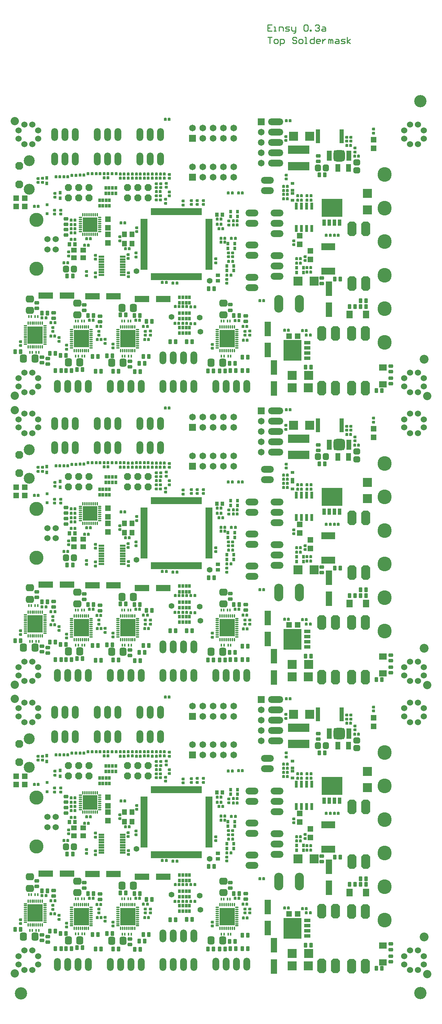
<source format=gts>
G04 Layer_Color=8388736*
%FSLAX24Y24*%
%MOIN*%
G70*
G01*
G75*
%ADD12C,0.0100*%
%ADD23C,0.0600*%
%ADD113C,0.0300*%
%ADD201R,0.0460X0.0130*%
%ADD202R,0.0530X0.0170*%
G04:AMPARAMS|DCode=203|XSize=118.7mil|YSize=118.7mil|CornerRadius=59.4mil|HoleSize=0mil|Usage=FLASHONLY|Rotation=90.000|XOffset=0mil|YOffset=0mil|HoleType=Round|Shape=RoundedRectangle|*
%AMROUNDEDRECTD203*
21,1,0.1187,0.0000,0,0,90.0*
21,1,0.0000,0.1187,0,0,90.0*
1,1,0.1187,0.0000,0.0000*
1,1,0.1187,0.0000,0.0000*
1,1,0.1187,0.0000,0.0000*
1,1,0.1187,0.0000,0.0000*
%
%ADD203ROUNDEDRECTD203*%
G04:AMPARAMS|DCode=204|XSize=35.1mil|YSize=45.4mil|CornerRadius=8.8mil|HoleSize=0mil|Usage=FLASHONLY|Rotation=180.000|XOffset=0mil|YOffset=0mil|HoleType=Round|Shape=RoundedRectangle|*
%AMROUNDEDRECTD204*
21,1,0.0351,0.0277,0,0,180.0*
21,1,0.0175,0.0454,0,0,180.0*
1,1,0.0177,-0.0087,0.0139*
1,1,0.0177,0.0087,0.0139*
1,1,0.0177,0.0087,-0.0139*
1,1,0.0177,-0.0087,-0.0139*
%
%ADD204ROUNDEDRECTD204*%
G04:AMPARAMS|DCode=205|XSize=35.1mil|YSize=45.4mil|CornerRadius=8.8mil|HoleSize=0mil|Usage=FLASHONLY|Rotation=90.000|XOffset=0mil|YOffset=0mil|HoleType=Round|Shape=RoundedRectangle|*
%AMROUNDEDRECTD205*
21,1,0.0351,0.0277,0,0,90.0*
21,1,0.0175,0.0454,0,0,90.0*
1,1,0.0177,0.0139,0.0087*
1,1,0.0177,0.0139,-0.0087*
1,1,0.0177,-0.0139,-0.0087*
1,1,0.0177,-0.0139,0.0087*
%
%ADD205ROUNDEDRECTD205*%
G04:AMPARAMS|DCode=206|XSize=28mil|YSize=30mil|CornerRadius=7.4mil|HoleSize=0mil|Usage=FLASHONLY|Rotation=270.000|XOffset=0mil|YOffset=0mil|HoleType=Round|Shape=RoundedRectangle|*
%AMROUNDEDRECTD206*
21,1,0.0280,0.0152,0,0,270.0*
21,1,0.0132,0.0300,0,0,270.0*
1,1,0.0148,-0.0076,-0.0066*
1,1,0.0148,-0.0076,0.0066*
1,1,0.0148,0.0076,0.0066*
1,1,0.0148,0.0076,-0.0066*
%
%ADD206ROUNDEDRECTD206*%
%ADD207R,0.0260X0.0340*%
%ADD208R,0.0324X0.0406*%
%ADD209R,0.0611X0.1399*%
%ADD210R,0.1399X0.0611*%
%ADD211R,0.0540X0.0540*%
%ADD212R,0.0540X0.0540*%
%ADD213R,0.0480X0.0580*%
G04:AMPARAMS|DCode=214|XSize=80mil|YSize=80mil|CornerRadius=40mil|HoleSize=0mil|Usage=FLASHONLY|Rotation=0.000|XOffset=0mil|YOffset=0mil|HoleType=Round|Shape=RoundedRectangle|*
%AMROUNDEDRECTD214*
21,1,0.0800,0.0000,0,0,0.0*
21,1,0.0000,0.0800,0,0,0.0*
1,1,0.0800,0.0000,0.0000*
1,1,0.0800,0.0000,0.0000*
1,1,0.0800,0.0000,0.0000*
1,1,0.0800,0.0000,0.0000*
%
%ADD214ROUNDEDRECTD214*%
%ADD215R,0.0850X0.0850*%
%ADD216R,0.0850X0.0850*%
%ADD217R,0.0769X0.0603*%
G04:AMPARAMS|DCode=218|XSize=56mil|YSize=56mil|CornerRadius=28mil|HoleSize=0mil|Usage=FLASHONLY|Rotation=90.000|XOffset=0mil|YOffset=0mil|HoleType=Round|Shape=RoundedRectangle|*
%AMROUNDEDRECTD218*
21,1,0.0560,0.0000,0,0,90.0*
21,1,0.0000,0.0560,0,0,90.0*
1,1,0.0560,0.0000,0.0000*
1,1,0.0560,0.0000,0.0000*
1,1,0.0560,0.0000,0.0000*
1,1,0.0560,0.0000,0.0000*
%
%ADD218ROUNDEDRECTD218*%
G04:AMPARAMS|DCode=219|XSize=28mil|YSize=30mil|CornerRadius=7.4mil|HoleSize=0mil|Usage=FLASHONLY|Rotation=180.000|XOffset=0mil|YOffset=0mil|HoleType=Round|Shape=RoundedRectangle|*
%AMROUNDEDRECTD219*
21,1,0.0280,0.0152,0,0,180.0*
21,1,0.0132,0.0300,0,0,180.0*
1,1,0.0148,-0.0066,0.0076*
1,1,0.0148,0.0066,0.0076*
1,1,0.0148,0.0066,-0.0076*
1,1,0.0148,-0.0066,-0.0076*
%
%ADD219ROUNDEDRECTD219*%
G04:AMPARAMS|DCode=220|XSize=58mil|YSize=66mil|CornerRadius=16mil|HoleSize=0mil|Usage=FLASHONLY|Rotation=0.000|XOffset=0mil|YOffset=0mil|HoleType=Round|Shape=RoundedRectangle|*
%AMROUNDEDRECTD220*
21,1,0.0580,0.0340,0,0,0.0*
21,1,0.0260,0.0660,0,0,0.0*
1,1,0.0320,0.0130,-0.0170*
1,1,0.0320,-0.0130,-0.0170*
1,1,0.0320,-0.0130,0.0170*
1,1,0.0320,0.0130,0.0170*
%
%ADD220ROUNDEDRECTD220*%
%ADD221R,0.0177X0.0276*%
%ADD222R,0.0260X0.0320*%
G04:AMPARAMS|DCode=223|XSize=69mil|YSize=77mil|CornerRadius=18.7mil|HoleSize=0mil|Usage=FLASHONLY|Rotation=180.000|XOffset=0mil|YOffset=0mil|HoleType=Round|Shape=RoundedRectangle|*
%AMROUNDEDRECTD223*
21,1,0.0690,0.0395,0,0,180.0*
21,1,0.0315,0.0770,0,0,180.0*
1,1,0.0375,-0.0158,0.0198*
1,1,0.0375,0.0158,0.0198*
1,1,0.0375,0.0158,-0.0198*
1,1,0.0375,-0.0158,-0.0198*
%
%ADD223ROUNDEDRECTD223*%
G04:AMPARAMS|DCode=224|XSize=69mil|YSize=77mil|CornerRadius=18.7mil|HoleSize=0mil|Usage=FLASHONLY|Rotation=90.000|XOffset=0mil|YOffset=0mil|HoleType=Round|Shape=RoundedRectangle|*
%AMROUNDEDRECTD224*
21,1,0.0690,0.0395,0,0,90.0*
21,1,0.0315,0.0770,0,0,90.0*
1,1,0.0375,0.0198,0.0158*
1,1,0.0375,0.0198,-0.0158*
1,1,0.0375,-0.0198,-0.0158*
1,1,0.0375,-0.0198,0.0158*
%
%ADD224ROUNDEDRECTD224*%
%ADD225R,0.2030X0.1760*%
%ADD226R,0.0340X0.0620*%
%ADD227R,0.0300X0.0660*%
%ADD228R,0.0620X0.0340*%
%ADD229R,0.1760X0.2030*%
%ADD230R,0.0414X0.1359*%
%ADD231R,0.0300X0.0300*%
%ADD232R,0.0680X0.0200*%
%ADD233R,0.0200X0.0680*%
%ADD234R,0.0580X0.0480*%
%ADD235R,0.1320X0.0690*%
%ADD236R,0.0603X0.0769*%
%ADD237R,0.0493X0.0729*%
G04:AMPARAMS|DCode=238|XSize=58mil|YSize=66mil|CornerRadius=16mil|HoleSize=0mil|Usage=FLASHONLY|Rotation=270.000|XOffset=0mil|YOffset=0mil|HoleType=Round|Shape=RoundedRectangle|*
%AMROUNDEDRECTD238*
21,1,0.0580,0.0340,0,0,270.0*
21,1,0.0260,0.0660,0,0,270.0*
1,1,0.0320,-0.0170,-0.0130*
1,1,0.0320,-0.0170,0.0130*
1,1,0.0320,0.0170,0.0130*
1,1,0.0320,0.0170,-0.0130*
%
%ADD238ROUNDEDRECTD238*%
%ADD239R,0.2068X0.0842*%
%ADD240R,0.0560X0.0210*%
%ADD241R,0.1457X0.1654*%
%ADD242O,0.0138X0.0375*%
%ADD243O,0.0375X0.0138*%
%ADD244R,0.0406X0.0324*%
%ADD245R,0.0375X0.0296*%
%ADD246R,0.0296X0.0375*%
%ADD247R,0.0482X0.0198*%
G04:AMPARAMS|DCode=248|XSize=111mil|YSize=111mil|CornerRadius=29.3mil|HoleSize=0mil|Usage=FLASHONLY|Rotation=180.000|XOffset=0mil|YOffset=0mil|HoleType=Round|Shape=RoundedRectangle|*
%AMROUNDEDRECTD248*
21,1,0.1110,0.0525,0,0,180.0*
21,1,0.0525,0.1110,0,0,180.0*
1,1,0.0585,-0.0262,0.0262*
1,1,0.0585,0.0262,0.0262*
1,1,0.0585,0.0262,-0.0262*
1,1,0.0585,-0.0262,-0.0262*
%
%ADD248ROUNDEDRECTD248*%
%ADD249R,0.1430X0.1430*%
G04:AMPARAMS|DCode=250|XSize=15mil|YSize=35.4mil|CornerRadius=6.4mil|HoleSize=0mil|Usage=FLASHONLY|Rotation=270.000|XOffset=0mil|YOffset=0mil|HoleType=Round|Shape=RoundedRectangle|*
%AMROUNDEDRECTD250*
21,1,0.0150,0.0227,0,0,270.0*
21,1,0.0022,0.0354,0,0,270.0*
1,1,0.0128,-0.0113,-0.0011*
1,1,0.0128,-0.0113,0.0011*
1,1,0.0128,0.0113,0.0011*
1,1,0.0128,0.0113,-0.0011*
%
%ADD250ROUNDEDRECTD250*%
G04:AMPARAMS|DCode=251|XSize=15mil|YSize=35.4mil|CornerRadius=6.4mil|HoleSize=0mil|Usage=FLASHONLY|Rotation=180.000|XOffset=0mil|YOffset=0mil|HoleType=Round|Shape=RoundedRectangle|*
%AMROUNDEDRECTD251*
21,1,0.0150,0.0227,0,0,180.0*
21,1,0.0022,0.0354,0,0,180.0*
1,1,0.0128,-0.0011,0.0113*
1,1,0.0128,0.0011,0.0113*
1,1,0.0128,0.0011,-0.0113*
1,1,0.0128,-0.0011,-0.0113*
%
%ADD251ROUNDEDRECTD251*%
%ADD252R,0.0651X0.0651*%
%ADD253C,0.0651*%
G04:AMPARAMS|DCode=254|XSize=139mil|YSize=89mil|CornerRadius=0mil|HoleSize=0mil|Usage=FLASHONLY|Rotation=90.000|XOffset=0mil|YOffset=0mil|HoleType=Round|Shape=Octagon|*
%AMOCTAGOND254*
4,1,8,0.0222,0.0695,-0.0222,0.0695,-0.0445,0.0473,-0.0445,-0.0473,-0.0222,-0.0695,0.0222,-0.0695,0.0445,-0.0473,0.0445,0.0473,0.0222,0.0695,0.0*
%
%ADD254OCTAGOND254*%

%ADD255C,0.0860*%
%ADD256O,0.0660X0.1260*%
%ADD257O,0.1260X0.0660*%
%ADD258P,0.0823X8X292.5*%
%ADD259C,0.1060*%
%ADD260C,0.1365*%
%ADD261P,0.0736X8X22.5*%
%ADD262O,0.1477X0.0651*%
%ADD263R,0.0651X0.0651*%
%ADD264O,0.0885X0.1710*%
%ADD265O,0.1360X0.1420*%
G54D12*
X37400Y104400D02*
X37000D01*
Y103800D01*
X37400D01*
X37000Y104100D02*
X37200D01*
X37600Y103800D02*
X37800D01*
X37700D01*
Y104200D01*
X37600D01*
X38100Y103800D02*
Y104200D01*
X38400D01*
X38500Y104100D01*
Y103800D01*
X38699D02*
X38999D01*
X39099Y103900D01*
X38999Y104000D01*
X38799D01*
X38699Y104100D01*
X38799Y104200D01*
X39099D01*
X39299D02*
Y103900D01*
X39399Y103800D01*
X39699D01*
Y103700D01*
X39599Y103600D01*
X39499D01*
X39699Y103800D02*
Y104200D01*
X40499Y104300D02*
X40599Y104400D01*
X40799D01*
X40899Y104300D01*
Y103900D01*
X40799Y103800D01*
X40599D01*
X40499Y103900D01*
Y104300D01*
X41099Y103800D02*
Y103900D01*
X41199D01*
Y103800D01*
X41099D01*
X41599Y104300D02*
X41698Y104400D01*
X41898D01*
X41998Y104300D01*
Y104200D01*
X41898Y104100D01*
X41798D01*
X41898D01*
X41998Y104000D01*
Y103900D01*
X41898Y103800D01*
X41698D01*
X41599Y103900D01*
X42298Y104200D02*
X42498D01*
X42598Y104100D01*
Y103800D01*
X42298D01*
X42198Y103900D01*
X42298Y104000D01*
X42598D01*
X37000Y103200D02*
X37400D01*
X37200D01*
Y102600D01*
X37700D02*
X37900D01*
X38000Y102700D01*
Y102900D01*
X37900Y103000D01*
X37700D01*
X37600Y102900D01*
Y102700D01*
X37700Y102600D01*
X38200Y102400D02*
Y103000D01*
X38500D01*
X38599Y102900D01*
Y102700D01*
X38500Y102600D01*
X38200D01*
X39799Y103100D02*
X39699Y103200D01*
X39499D01*
X39399Y103100D01*
Y103000D01*
X39499Y102900D01*
X39699D01*
X39799Y102800D01*
Y102700D01*
X39699Y102600D01*
X39499D01*
X39399Y102700D01*
X40099Y102600D02*
X40299D01*
X40399Y102700D01*
Y102900D01*
X40299Y103000D01*
X40099D01*
X39999Y102900D01*
Y102700D01*
X40099Y102600D01*
X40599D02*
X40799D01*
X40699D01*
Y103200D01*
X40599D01*
X41499D02*
Y102600D01*
X41199D01*
X41099Y102700D01*
Y102900D01*
X41199Y103000D01*
X41499D01*
X41998Y102600D02*
X41798D01*
X41698Y102700D01*
Y102900D01*
X41798Y103000D01*
X41998D01*
X42098Y102900D01*
Y102800D01*
X41698D01*
X42298Y103000D02*
Y102600D01*
Y102800D01*
X42398Y102900D01*
X42498Y103000D01*
X42598D01*
X42898Y102600D02*
Y103000D01*
X42998D01*
X43098Y102900D01*
Y102600D01*
Y102900D01*
X43198Y103000D01*
X43298Y102900D01*
Y102600D01*
X43598Y103000D02*
X43798D01*
X43898Y102900D01*
Y102600D01*
X43598D01*
X43498Y102700D01*
X43598Y102800D01*
X43898D01*
X44098Y102600D02*
X44398D01*
X44498Y102700D01*
X44398Y102800D01*
X44198D01*
X44098Y102900D01*
X44198Y103000D01*
X44498D01*
X44698Y102600D02*
Y103200D01*
Y102800D02*
X44997Y103000D01*
X44698Y102800D02*
X44997Y102600D01*
G54D23*
X14173Y12835D02*
D03*
X13386D02*
D03*
X12835Y13386D02*
D03*
Y14173D02*
D03*
X13386Y14724D02*
D03*
X14173D02*
D03*
X14724Y14173D02*
D03*
Y13386D02*
D03*
X14173Y36850D02*
D03*
X13386D02*
D03*
X12835Y37402D02*
D03*
Y38189D02*
D03*
X13386Y38740D02*
D03*
X14173D02*
D03*
X14724Y38189D02*
D03*
Y37402D02*
D03*
X51575Y36850D02*
D03*
X50787D02*
D03*
X50236Y37402D02*
D03*
Y38189D02*
D03*
X50787Y38740D02*
D03*
X51575D02*
D03*
X52126Y38189D02*
D03*
Y37402D02*
D03*
X51575Y12835D02*
D03*
X50787D02*
D03*
X50236Y13386D02*
D03*
Y14173D02*
D03*
X50787Y14724D02*
D03*
X51575D02*
D03*
X52126Y14173D02*
D03*
Y13386D02*
D03*
X14173Y40827D02*
D03*
X13386D02*
D03*
X12835Y41378D02*
D03*
Y42165D02*
D03*
X13386Y42717D02*
D03*
X14173D02*
D03*
X14724Y42165D02*
D03*
Y41378D02*
D03*
X14173Y64843D02*
D03*
X13386D02*
D03*
X12835Y65394D02*
D03*
Y66181D02*
D03*
X13386Y66732D02*
D03*
X14173D02*
D03*
X14724Y66181D02*
D03*
Y65394D02*
D03*
X51575Y64843D02*
D03*
X50787D02*
D03*
X50236Y65394D02*
D03*
Y66181D02*
D03*
X50787Y66732D02*
D03*
X51575D02*
D03*
X52126Y66181D02*
D03*
Y65394D02*
D03*
X51575Y40827D02*
D03*
X50787D02*
D03*
X50236Y41378D02*
D03*
Y42165D02*
D03*
X50787Y42717D02*
D03*
X51575D02*
D03*
X52126Y42165D02*
D03*
Y41378D02*
D03*
X14173Y68819D02*
D03*
X13386D02*
D03*
X12835Y69370D02*
D03*
Y70157D02*
D03*
X13386Y70709D02*
D03*
X14173D02*
D03*
X14724Y70157D02*
D03*
Y69370D02*
D03*
X14173Y92835D02*
D03*
X13386D02*
D03*
X12835Y93386D02*
D03*
Y94173D02*
D03*
X13386Y94724D02*
D03*
X14173D02*
D03*
X14724Y94173D02*
D03*
Y93386D02*
D03*
X51575Y92835D02*
D03*
X50787D02*
D03*
X50236Y93386D02*
D03*
Y94173D02*
D03*
X50787Y94724D02*
D03*
X51575D02*
D03*
X52126Y94173D02*
D03*
Y93386D02*
D03*
X51575Y68819D02*
D03*
X50787D02*
D03*
X50236Y69370D02*
D03*
Y70157D02*
D03*
X50787Y70709D02*
D03*
X51575D02*
D03*
X52126Y70157D02*
D03*
Y69370D02*
D03*
X16427Y26665D02*
D03*
Y27657D02*
D03*
X15637D02*
D03*
Y26665D02*
D03*
X16427Y54657D02*
D03*
Y55650D02*
D03*
X15637D02*
D03*
Y54657D02*
D03*
X16427Y82650D02*
D03*
Y83642D02*
D03*
X15637D02*
D03*
Y82650D02*
D03*
G54D113*
X43230Y30896D02*
D03*
Y31296D02*
D03*
Y30496D02*
D03*
Y30096D02*
D03*
X42830D02*
D03*
X42430D02*
D03*
Y30496D02*
D03*
X42830D02*
D03*
Y30896D02*
D03*
X42430D02*
D03*
Y31296D02*
D03*
X42830D02*
D03*
X43630D02*
D03*
X44030D02*
D03*
Y30896D02*
D03*
X43630D02*
D03*
Y30496D02*
D03*
X44030D02*
D03*
Y30096D02*
D03*
X43630D02*
D03*
X39977Y17285D02*
D03*
Y17685D02*
D03*
X39577D02*
D03*
Y17285D02*
D03*
X39177D02*
D03*
Y17685D02*
D03*
X38777D02*
D03*
Y17285D02*
D03*
Y16485D02*
D03*
Y16085D02*
D03*
X39177D02*
D03*
Y16485D02*
D03*
X39577D02*
D03*
Y16085D02*
D03*
X39977D02*
D03*
Y16485D02*
D03*
Y16885D02*
D03*
X39577D02*
D03*
X38777D02*
D03*
X39177D02*
D03*
X14012Y19019D02*
D03*
X14878Y17719D02*
D03*
X14445D02*
D03*
X14012D02*
D03*
X14878Y18153D02*
D03*
X14445D02*
D03*
X14012D02*
D03*
X14878Y18586D02*
D03*
X14445D02*
D03*
X14012D02*
D03*
X14878Y19019D02*
D03*
X14445D02*
D03*
X18485Y18659D02*
D03*
X19352Y17359D02*
D03*
X18918D02*
D03*
X18485D02*
D03*
X19352Y17793D02*
D03*
X18918D02*
D03*
X18485D02*
D03*
X19352Y18226D02*
D03*
X18918D02*
D03*
X18485D02*
D03*
X19352Y18659D02*
D03*
X18918D02*
D03*
X22985D02*
D03*
X23852Y17359D02*
D03*
X23419D02*
D03*
X22985D02*
D03*
X23852Y17793D02*
D03*
X23419D02*
D03*
X22985D02*
D03*
X23852Y18226D02*
D03*
X23419D02*
D03*
X22985D02*
D03*
X23852Y18659D02*
D03*
X23419D02*
D03*
X32625D02*
D03*
X33492Y17359D02*
D03*
X33059D02*
D03*
X32625D02*
D03*
X33492Y17793D02*
D03*
X33059D02*
D03*
X32625D02*
D03*
X33492Y18226D02*
D03*
X33059D02*
D03*
X32625D02*
D03*
X33492Y18659D02*
D03*
X33059D02*
D03*
X43915Y35734D02*
D03*
X43522D02*
D03*
Y36128D02*
D03*
X43915D02*
D03*
X44309D02*
D03*
Y35734D02*
D03*
Y35341D02*
D03*
X43915D02*
D03*
X43522D02*
D03*
X20143Y29443D02*
D03*
Y29069D02*
D03*
Y28694D02*
D03*
X19769D02*
D03*
X19394Y28685D02*
D03*
X19396Y29069D02*
D03*
X19392Y29446D02*
D03*
X19769Y29443D02*
D03*
Y29069D02*
D03*
X43230Y58888D02*
D03*
Y59288D02*
D03*
Y58488D02*
D03*
Y58088D02*
D03*
X42830D02*
D03*
X42430D02*
D03*
Y58488D02*
D03*
X42830D02*
D03*
Y58888D02*
D03*
X42430D02*
D03*
Y59288D02*
D03*
X42830D02*
D03*
X43630D02*
D03*
X44030D02*
D03*
Y58888D02*
D03*
X43630D02*
D03*
Y58488D02*
D03*
X44030D02*
D03*
Y58088D02*
D03*
X43630D02*
D03*
X39977Y45277D02*
D03*
Y45677D02*
D03*
X39577D02*
D03*
Y45277D02*
D03*
X39177D02*
D03*
Y45677D02*
D03*
X38777D02*
D03*
Y45277D02*
D03*
Y44477D02*
D03*
Y44077D02*
D03*
X39177D02*
D03*
Y44477D02*
D03*
X39577D02*
D03*
Y44077D02*
D03*
X39977D02*
D03*
Y44477D02*
D03*
Y44877D02*
D03*
X39577D02*
D03*
X38777D02*
D03*
X39177D02*
D03*
X14012Y47011D02*
D03*
X14878Y45712D02*
D03*
X14445D02*
D03*
X14012D02*
D03*
X14878Y46145D02*
D03*
X14445D02*
D03*
X14012D02*
D03*
X14878Y46578D02*
D03*
X14445D02*
D03*
X14012D02*
D03*
X14878Y47011D02*
D03*
X14445D02*
D03*
X18485Y46651D02*
D03*
X19352Y45352D02*
D03*
X18918D02*
D03*
X18485D02*
D03*
X19352Y45785D02*
D03*
X18918D02*
D03*
X18485D02*
D03*
X19352Y46218D02*
D03*
X18918D02*
D03*
X18485D02*
D03*
X19352Y46651D02*
D03*
X18918D02*
D03*
X22985D02*
D03*
X23852Y45352D02*
D03*
X23419D02*
D03*
X22985D02*
D03*
X23852Y45785D02*
D03*
X23419D02*
D03*
X22985D02*
D03*
X23852Y46218D02*
D03*
X23419D02*
D03*
X22985D02*
D03*
X23852Y46651D02*
D03*
X23419D02*
D03*
X32625D02*
D03*
X33492Y45352D02*
D03*
X33059D02*
D03*
X32625D02*
D03*
X33492Y45785D02*
D03*
X33059D02*
D03*
X32625D02*
D03*
X33492Y46218D02*
D03*
X33059D02*
D03*
X32625D02*
D03*
X33492Y46651D02*
D03*
X33059D02*
D03*
X43915Y63726D02*
D03*
X43522D02*
D03*
Y64120D02*
D03*
X43915D02*
D03*
X44309D02*
D03*
Y63726D02*
D03*
Y63333D02*
D03*
X43915D02*
D03*
X43522D02*
D03*
X20143Y57435D02*
D03*
Y57061D02*
D03*
Y56687D02*
D03*
X19769D02*
D03*
X19394Y56677D02*
D03*
X19396Y57061D02*
D03*
X19392Y57438D02*
D03*
X19769Y57435D02*
D03*
Y57061D02*
D03*
X43230Y86880D02*
D03*
Y87280D02*
D03*
Y86480D02*
D03*
Y86080D02*
D03*
X42830D02*
D03*
X42430D02*
D03*
Y86480D02*
D03*
X42830D02*
D03*
Y86880D02*
D03*
X42430D02*
D03*
Y87280D02*
D03*
X42830D02*
D03*
X43630D02*
D03*
X44030D02*
D03*
Y86880D02*
D03*
X43630D02*
D03*
Y86480D02*
D03*
X44030D02*
D03*
Y86080D02*
D03*
X43630D02*
D03*
X39977Y73270D02*
D03*
Y73670D02*
D03*
X39577D02*
D03*
Y73270D02*
D03*
X39177D02*
D03*
Y73670D02*
D03*
X38777D02*
D03*
Y73270D02*
D03*
Y72470D02*
D03*
Y72070D02*
D03*
X39177D02*
D03*
Y72470D02*
D03*
X39577D02*
D03*
Y72070D02*
D03*
X39977D02*
D03*
Y72470D02*
D03*
Y72870D02*
D03*
X39577D02*
D03*
X38777D02*
D03*
X39177D02*
D03*
X14012Y75003D02*
D03*
X14878Y73704D02*
D03*
X14445D02*
D03*
X14012D02*
D03*
X14878Y74137D02*
D03*
X14445D02*
D03*
X14012D02*
D03*
X14878Y74570D02*
D03*
X14445D02*
D03*
X14012D02*
D03*
X14878Y75003D02*
D03*
X14445D02*
D03*
X18485Y74643D02*
D03*
X19352Y73344D02*
D03*
X18918D02*
D03*
X18485D02*
D03*
X19352Y73777D02*
D03*
X18918D02*
D03*
X18485D02*
D03*
X19352Y74210D02*
D03*
X18918D02*
D03*
X18485D02*
D03*
X19352Y74643D02*
D03*
X18918D02*
D03*
X22985D02*
D03*
X23852Y73344D02*
D03*
X23419D02*
D03*
X22985D02*
D03*
X23852Y73777D02*
D03*
X23419D02*
D03*
X22985D02*
D03*
X23852Y74210D02*
D03*
X23419D02*
D03*
X22985D02*
D03*
X23852Y74643D02*
D03*
X23419D02*
D03*
X32625D02*
D03*
X33492Y73344D02*
D03*
X33059D02*
D03*
X32625D02*
D03*
X33492Y73777D02*
D03*
X33059D02*
D03*
X32625D02*
D03*
X33492Y74210D02*
D03*
X33059D02*
D03*
X32625D02*
D03*
X33492Y74643D02*
D03*
X33059D02*
D03*
X43915Y91719D02*
D03*
X43522D02*
D03*
Y92112D02*
D03*
X43915D02*
D03*
X44309D02*
D03*
Y91719D02*
D03*
Y91325D02*
D03*
X43915D02*
D03*
X43522D02*
D03*
X20143Y85427D02*
D03*
Y85053D02*
D03*
Y84679D02*
D03*
X19769D02*
D03*
X19394Y84669D02*
D03*
X19396Y85053D02*
D03*
X19392Y85430D02*
D03*
X19769Y85427D02*
D03*
Y85053D02*
D03*
G54D201*
X22910Y25944D02*
D03*
X22910Y25694D02*
D03*
X22910Y25444D02*
D03*
X22910Y25194D02*
D03*
X22910Y24944D02*
D03*
X22910Y24694D02*
D03*
Y24444D02*
D03*
X22910Y24194D02*
D03*
X20870D02*
D03*
X20870Y24444D02*
D03*
Y24694D02*
D03*
X20870Y24944D02*
D03*
X20870Y25194D02*
D03*
Y25444D02*
D03*
X20870Y25694D02*
D03*
X20870Y25944D02*
D03*
X22910Y53936D02*
D03*
X22910Y53686D02*
D03*
X22910Y53436D02*
D03*
X22910Y53186D02*
D03*
X22910Y52936D02*
D03*
X22910Y52686D02*
D03*
Y52436D02*
D03*
X22910Y52186D02*
D03*
X20870D02*
D03*
X20870Y52436D02*
D03*
Y52686D02*
D03*
X20870Y52936D02*
D03*
X20870Y53186D02*
D03*
Y53436D02*
D03*
X20870Y53686D02*
D03*
X20870Y53936D02*
D03*
X22910Y81928D02*
D03*
X22910Y81678D02*
D03*
X22910Y81428D02*
D03*
X22910Y81178D02*
D03*
X22910Y80928D02*
D03*
X22910Y80678D02*
D03*
Y80428D02*
D03*
X22910Y80178D02*
D03*
X20870D02*
D03*
X20870Y80428D02*
D03*
Y80678D02*
D03*
X20870Y80928D02*
D03*
X20870Y81178D02*
D03*
Y81428D02*
D03*
X20870Y81678D02*
D03*
X20870Y81928D02*
D03*
G54D202*
X22915Y25944D02*
D03*
X22915Y25694D02*
D03*
X22915Y25444D02*
D03*
X22915Y25194D02*
D03*
X22915Y24944D02*
D03*
X22915Y24694D02*
D03*
X22915Y24444D02*
D03*
X22915Y24194D02*
D03*
X20865Y24194D02*
D03*
X20865Y24444D02*
D03*
Y24694D02*
D03*
X20865Y24944D02*
D03*
X20865Y25194D02*
D03*
Y25444D02*
D03*
X20865Y25694D02*
D03*
Y25944D02*
D03*
X22915Y53936D02*
D03*
X22915Y53686D02*
D03*
X22915Y53436D02*
D03*
X22915Y53186D02*
D03*
X22915Y52936D02*
D03*
X22915Y52686D02*
D03*
X22915Y52436D02*
D03*
X22915Y52186D02*
D03*
X20865Y52186D02*
D03*
X20865Y52436D02*
D03*
Y52686D02*
D03*
X20865Y52936D02*
D03*
X20865Y53186D02*
D03*
Y53436D02*
D03*
X20865Y53686D02*
D03*
Y53936D02*
D03*
X22915Y81928D02*
D03*
X22915Y81678D02*
D03*
X22915Y81428D02*
D03*
X22915Y81178D02*
D03*
X22915Y80928D02*
D03*
X22915Y80678D02*
D03*
X22915Y80428D02*
D03*
X22915Y80178D02*
D03*
X20865Y80178D02*
D03*
X20865Y80428D02*
D03*
Y80678D02*
D03*
X20865Y80928D02*
D03*
X20865Y81178D02*
D03*
Y81428D02*
D03*
X20865Y81678D02*
D03*
Y81928D02*
D03*
G54D203*
X13061Y10561D02*
D03*
X51800Y10600D02*
D03*
Y96998D02*
D03*
G54D204*
X17546Y24078D02*
D03*
X18081D02*
D03*
X31251Y22859D02*
D03*
X31786D02*
D03*
X17421Y14908D02*
D03*
X17956D02*
D03*
X16948D02*
D03*
X16413D02*
D03*
X12501Y16759D02*
D03*
X13036D02*
D03*
X15871Y16599D02*
D03*
X16406D02*
D03*
X15646Y20498D02*
D03*
X15111D02*
D03*
X43511Y23779D02*
D03*
X44046D02*
D03*
X48076Y12989D02*
D03*
X47541D02*
D03*
X41981Y33879D02*
D03*
X42516D02*
D03*
X46546Y21128D02*
D03*
X46011D02*
D03*
X45476D02*
D03*
X44941D02*
D03*
X46011Y21688D02*
D03*
X46546D02*
D03*
X24646Y14828D02*
D03*
X24111D02*
D03*
X22516Y14869D02*
D03*
X21981D02*
D03*
X20281Y14858D02*
D03*
X20816D02*
D03*
X16901Y16379D02*
D03*
X17436D02*
D03*
X18511Y15008D02*
D03*
X19046D02*
D03*
X20011Y16279D02*
D03*
X20546D02*
D03*
X20106Y20248D02*
D03*
X19571D02*
D03*
X24931Y16288D02*
D03*
X25466D02*
D03*
X24596Y20248D02*
D03*
X24061D02*
D03*
X25756Y19678D02*
D03*
X25221D02*
D03*
X29141Y17729D02*
D03*
X29676D02*
D03*
X27541Y17708D02*
D03*
X28076D02*
D03*
X23216Y20319D02*
D03*
X22681D02*
D03*
X25056Y15628D02*
D03*
X24521D02*
D03*
X21946Y16358D02*
D03*
X21411D02*
D03*
X35066Y16219D02*
D03*
X34531D02*
D03*
X33691Y20238D02*
D03*
X34226D02*
D03*
X35056Y14908D02*
D03*
X34521D02*
D03*
X33361D02*
D03*
X33896D02*
D03*
X32331Y14878D02*
D03*
X32866D02*
D03*
X31736D02*
D03*
X31201D02*
D03*
X33826Y15609D02*
D03*
X33291D02*
D03*
X40661Y15249D02*
D03*
X41196D02*
D03*
X17546Y52071D02*
D03*
X18081D02*
D03*
X31251Y50851D02*
D03*
X31786D02*
D03*
X17421Y42901D02*
D03*
X17956D02*
D03*
X16948D02*
D03*
X16413D02*
D03*
X12501Y44751D02*
D03*
X13036D02*
D03*
X15871Y44591D02*
D03*
X16406D02*
D03*
X15646Y48491D02*
D03*
X15111D02*
D03*
X43511Y51771D02*
D03*
X44046D02*
D03*
X48076Y40981D02*
D03*
X47541D02*
D03*
X41981Y61871D02*
D03*
X42516D02*
D03*
X46546Y49121D02*
D03*
X46011D02*
D03*
X45476D02*
D03*
X44941D02*
D03*
X46011Y49681D02*
D03*
X46546D02*
D03*
X24646Y42821D02*
D03*
X24111D02*
D03*
X22516Y42861D02*
D03*
X21981D02*
D03*
X20281Y42851D02*
D03*
X20816D02*
D03*
X16901Y44371D02*
D03*
X17436D02*
D03*
X18511Y43001D02*
D03*
X19046D02*
D03*
X20011Y44271D02*
D03*
X20546D02*
D03*
X20106Y48241D02*
D03*
X19571D02*
D03*
X24931Y44281D02*
D03*
X25466D02*
D03*
X24596Y48241D02*
D03*
X24061D02*
D03*
X25756Y47671D02*
D03*
X25221D02*
D03*
X29141Y45721D02*
D03*
X29676D02*
D03*
X27541Y45701D02*
D03*
X28076D02*
D03*
X23216Y48311D02*
D03*
X22681D02*
D03*
X25056Y43621D02*
D03*
X24521D02*
D03*
X21946Y44351D02*
D03*
X21411D02*
D03*
X35066Y44211D02*
D03*
X34531D02*
D03*
X33691Y48231D02*
D03*
X34226D02*
D03*
X35056Y42901D02*
D03*
X34521D02*
D03*
X33361D02*
D03*
X33896D02*
D03*
X32331Y42871D02*
D03*
X32866D02*
D03*
X31736D02*
D03*
X31201D02*
D03*
X33826Y43601D02*
D03*
X33291D02*
D03*
X40661Y43241D02*
D03*
X41196D02*
D03*
X17546Y80063D02*
D03*
X18081D02*
D03*
X31251Y78843D02*
D03*
X31786D02*
D03*
X17421Y70893D02*
D03*
X17956D02*
D03*
X16948D02*
D03*
X16413D02*
D03*
X12501Y72743D02*
D03*
X13036D02*
D03*
X15871Y72583D02*
D03*
X16406D02*
D03*
X15646Y76483D02*
D03*
X15111D02*
D03*
X43511Y79763D02*
D03*
X44046D02*
D03*
X48076Y68973D02*
D03*
X47541D02*
D03*
X41981Y89863D02*
D03*
X42516D02*
D03*
X46546Y77113D02*
D03*
X46011D02*
D03*
X45476D02*
D03*
X44941D02*
D03*
X46011Y77673D02*
D03*
X46546D02*
D03*
X24646Y70813D02*
D03*
X24111D02*
D03*
X22516Y70853D02*
D03*
X21981D02*
D03*
X20281Y70843D02*
D03*
X20816D02*
D03*
X16901Y72363D02*
D03*
X17436D02*
D03*
X18511Y70993D02*
D03*
X19046D02*
D03*
X20011Y72263D02*
D03*
X20546D02*
D03*
X20106Y76233D02*
D03*
X19571D02*
D03*
X24931Y72273D02*
D03*
X25466D02*
D03*
X24596Y76233D02*
D03*
X24061D02*
D03*
X25756Y75663D02*
D03*
X25221D02*
D03*
X29141Y73713D02*
D03*
X29676D02*
D03*
X27541Y73693D02*
D03*
X28076D02*
D03*
X23216Y76303D02*
D03*
X22681D02*
D03*
X25056Y71613D02*
D03*
X24521D02*
D03*
X21946Y72343D02*
D03*
X21411D02*
D03*
X35066Y72203D02*
D03*
X34531D02*
D03*
X33691Y76223D02*
D03*
X34226D02*
D03*
X35056Y70893D02*
D03*
X34521D02*
D03*
X33361D02*
D03*
X33896D02*
D03*
X32331Y70863D02*
D03*
X32866D02*
D03*
X31736D02*
D03*
X31201D02*
D03*
X33826Y71593D02*
D03*
X33291D02*
D03*
X40661Y71233D02*
D03*
X41196D02*
D03*
G54D205*
X17418Y28586D02*
D03*
Y28051D02*
D03*
X17419Y29636D02*
D03*
Y29101D02*
D03*
X14598Y20951D02*
D03*
Y21486D02*
D03*
X15668Y16086D02*
D03*
Y15551D02*
D03*
X15099Y15691D02*
D03*
Y16226D02*
D03*
X41898Y35726D02*
D03*
Y35191D02*
D03*
X48918Y15356D02*
D03*
Y14821D02*
D03*
Y14176D02*
D03*
Y13641D02*
D03*
X42238Y23341D02*
D03*
Y23876D02*
D03*
X20728Y19661D02*
D03*
Y20196D02*
D03*
X19198Y20761D02*
D03*
Y21296D02*
D03*
X23628Y15836D02*
D03*
Y15301D02*
D03*
X34848Y19701D02*
D03*
Y20236D02*
D03*
X33359Y20771D02*
D03*
Y21306D02*
D03*
X16238Y20536D02*
D03*
Y20001D02*
D03*
X17418Y56578D02*
D03*
Y56043D02*
D03*
X17419Y57628D02*
D03*
Y57093D02*
D03*
X14598Y48943D02*
D03*
Y49478D02*
D03*
X15668Y44078D02*
D03*
Y43543D02*
D03*
X15099Y43683D02*
D03*
Y44218D02*
D03*
X41898Y63718D02*
D03*
Y63183D02*
D03*
X48918Y43348D02*
D03*
Y42813D02*
D03*
Y42168D02*
D03*
Y41633D02*
D03*
X42238Y51333D02*
D03*
Y51868D02*
D03*
X20728Y47653D02*
D03*
Y48188D02*
D03*
X19198Y48753D02*
D03*
Y49288D02*
D03*
X23628Y43828D02*
D03*
Y43293D02*
D03*
X34848Y47693D02*
D03*
Y48228D02*
D03*
X33359Y48763D02*
D03*
Y49298D02*
D03*
X16238Y48528D02*
D03*
Y47993D02*
D03*
X17418Y84571D02*
D03*
Y84035D02*
D03*
X17419Y85620D02*
D03*
Y85085D02*
D03*
X14598Y76935D02*
D03*
Y77470D02*
D03*
X15668Y72070D02*
D03*
Y71535D02*
D03*
X15099Y71675D02*
D03*
Y72210D02*
D03*
X41898Y91710D02*
D03*
Y91175D02*
D03*
X48918Y71340D02*
D03*
Y70805D02*
D03*
Y70160D02*
D03*
Y69625D02*
D03*
X42238Y79325D02*
D03*
Y79860D02*
D03*
X20728Y75645D02*
D03*
Y76180D02*
D03*
X19198Y76745D02*
D03*
Y77280D02*
D03*
X23628Y71820D02*
D03*
Y71285D02*
D03*
X34848Y75685D02*
D03*
Y76220D02*
D03*
X33359Y76755D02*
D03*
Y77290D02*
D03*
X16238Y76520D02*
D03*
Y75985D02*
D03*
G54D206*
X19421Y24131D02*
D03*
Y24510D02*
D03*
X16358Y32090D02*
D03*
Y31711D02*
D03*
X15149Y33159D02*
D03*
Y33537D02*
D03*
X45079Y37148D02*
D03*
Y37527D02*
D03*
X44679Y37529D02*
D03*
Y37150D02*
D03*
X45458Y36479D02*
D03*
Y36100D02*
D03*
X16759Y17750D02*
D03*
Y18128D02*
D03*
X47259Y37929D02*
D03*
Y38307D02*
D03*
X40638Y25957D02*
D03*
Y25578D02*
D03*
X39539Y27109D02*
D03*
Y27487D02*
D03*
X16914Y30458D02*
D03*
Y30079D02*
D03*
X26609Y31458D02*
D03*
Y31837D02*
D03*
X33609Y26328D02*
D03*
Y25950D02*
D03*
X33038Y23767D02*
D03*
Y23389D02*
D03*
X33238Y29028D02*
D03*
Y29407D02*
D03*
X21219Y17560D02*
D03*
Y17938D02*
D03*
X25619Y18738D02*
D03*
Y18360D02*
D03*
X35268D02*
D03*
Y18738D02*
D03*
X26209Y31460D02*
D03*
Y31839D02*
D03*
X33198Y26328D02*
D03*
Y25950D02*
D03*
X13029Y17718D02*
D03*
Y17342D02*
D03*
X16178Y19095D02*
D03*
Y18719D02*
D03*
X31969Y25364D02*
D03*
Y25741D02*
D03*
X14739Y33535D02*
D03*
Y33159D02*
D03*
X24218Y26309D02*
D03*
Y25931D02*
D03*
X17699Y26409D02*
D03*
Y26031D02*
D03*
X22648Y27499D02*
D03*
Y27875D02*
D03*
X28798Y31339D02*
D03*
Y30961D02*
D03*
X20305Y23996D02*
D03*
Y24373D02*
D03*
X23484Y24402D02*
D03*
Y24025D02*
D03*
X23474Y26152D02*
D03*
Y25775D02*
D03*
X20295Y25716D02*
D03*
Y26093D02*
D03*
X16314Y30082D02*
D03*
Y30459D02*
D03*
X20638Y18736D02*
D03*
Y18359D02*
D03*
X17488Y17378D02*
D03*
Y17002D02*
D03*
X25138Y18359D02*
D03*
Y18736D02*
D03*
X21999Y17488D02*
D03*
Y17112D02*
D03*
X34788Y18736D02*
D03*
Y18359D02*
D03*
X31639Y17469D02*
D03*
Y17091D02*
D03*
X27469Y31858D02*
D03*
Y32236D02*
D03*
X27088Y31509D02*
D03*
Y31131D02*
D03*
X27478Y33549D02*
D03*
Y33925D02*
D03*
X26198Y33026D02*
D03*
Y32648D02*
D03*
X30749Y31019D02*
D03*
Y31395D02*
D03*
X30178D02*
D03*
Y31019D02*
D03*
X29599Y31009D02*
D03*
Y31386D02*
D03*
X24299Y28389D02*
D03*
Y28765D02*
D03*
X26618Y32650D02*
D03*
Y33029D02*
D03*
X27159Y32689D02*
D03*
Y33067D02*
D03*
X38798Y33858D02*
D03*
Y33480D02*
D03*
X38779Y37599D02*
D03*
Y37220D02*
D03*
X19421Y52123D02*
D03*
Y52502D02*
D03*
X16358Y60082D02*
D03*
Y59703D02*
D03*
X15149Y61151D02*
D03*
Y61530D02*
D03*
X45079Y65141D02*
D03*
Y65520D02*
D03*
X44679Y65521D02*
D03*
Y65142D02*
D03*
X45458Y64471D02*
D03*
Y64092D02*
D03*
X16759Y45742D02*
D03*
Y46121D02*
D03*
X47259Y65921D02*
D03*
Y66300D02*
D03*
X40638Y53950D02*
D03*
Y53571D02*
D03*
X39539Y55101D02*
D03*
Y55480D02*
D03*
X16914Y58450D02*
D03*
Y58071D02*
D03*
X26609Y59451D02*
D03*
Y59830D02*
D03*
X33609Y54321D02*
D03*
Y53942D02*
D03*
X33038Y51760D02*
D03*
Y51381D02*
D03*
X33238Y57021D02*
D03*
Y57400D02*
D03*
X21219Y45552D02*
D03*
Y45931D02*
D03*
X25619Y46731D02*
D03*
Y46352D02*
D03*
X35268D02*
D03*
Y46731D02*
D03*
X26209Y59452D02*
D03*
Y59831D02*
D03*
X33198Y54321D02*
D03*
Y53942D02*
D03*
X13029Y45711D02*
D03*
Y45334D02*
D03*
X16178Y47088D02*
D03*
Y46711D02*
D03*
X31969Y53356D02*
D03*
Y53733D02*
D03*
X14739Y61528D02*
D03*
Y61151D02*
D03*
X24218Y54301D02*
D03*
Y53924D02*
D03*
X17699Y54401D02*
D03*
Y54024D02*
D03*
X22648Y55491D02*
D03*
Y55868D02*
D03*
X28798Y59331D02*
D03*
Y58954D02*
D03*
X20305Y51988D02*
D03*
Y52365D02*
D03*
X23484Y52394D02*
D03*
Y52017D02*
D03*
X23474Y54144D02*
D03*
Y53767D02*
D03*
X20295Y53708D02*
D03*
Y54085D02*
D03*
X16314Y58074D02*
D03*
Y58451D02*
D03*
X20638Y46728D02*
D03*
Y46351D02*
D03*
X17488Y45371D02*
D03*
Y44994D02*
D03*
X25138Y46351D02*
D03*
Y46728D02*
D03*
X21999Y45481D02*
D03*
Y45104D02*
D03*
X34788Y46728D02*
D03*
Y46351D02*
D03*
X31639Y45461D02*
D03*
Y45084D02*
D03*
X27469Y59851D02*
D03*
Y60228D02*
D03*
X27088Y59501D02*
D03*
Y59124D02*
D03*
X27478Y61541D02*
D03*
Y61918D02*
D03*
X26198Y61018D02*
D03*
Y60641D02*
D03*
X30749Y59011D02*
D03*
Y59388D02*
D03*
X30178D02*
D03*
Y59011D02*
D03*
X29599Y59001D02*
D03*
Y59378D02*
D03*
X24299Y56381D02*
D03*
Y56758D02*
D03*
X26618Y60642D02*
D03*
Y61021D02*
D03*
X27159Y60681D02*
D03*
Y61060D02*
D03*
X38798Y61851D02*
D03*
Y61472D02*
D03*
X38779Y65591D02*
D03*
Y65212D02*
D03*
X19421Y80115D02*
D03*
Y80494D02*
D03*
X16358Y88074D02*
D03*
Y87695D02*
D03*
X15149Y89143D02*
D03*
Y89522D02*
D03*
X45079Y93133D02*
D03*
Y93512D02*
D03*
X44679Y93513D02*
D03*
Y93134D02*
D03*
X45458Y92463D02*
D03*
Y92084D02*
D03*
X16759Y73734D02*
D03*
Y74113D02*
D03*
X47259Y93913D02*
D03*
Y94292D02*
D03*
X40638Y81942D02*
D03*
Y81563D02*
D03*
X39539Y83093D02*
D03*
Y83472D02*
D03*
X16914Y86442D02*
D03*
Y86063D02*
D03*
X26609Y87443D02*
D03*
Y87822D02*
D03*
X33609Y82313D02*
D03*
Y81934D02*
D03*
X33038Y79752D02*
D03*
Y79373D02*
D03*
X33238Y85013D02*
D03*
Y85392D02*
D03*
X21219Y73544D02*
D03*
Y73923D02*
D03*
X25619Y74723D02*
D03*
Y74344D02*
D03*
X35268D02*
D03*
Y74723D02*
D03*
X26209Y87444D02*
D03*
Y87823D02*
D03*
X33198Y82313D02*
D03*
Y81934D02*
D03*
X13029Y73703D02*
D03*
Y73326D02*
D03*
X16178Y75080D02*
D03*
Y74703D02*
D03*
X31969Y81348D02*
D03*
Y81725D02*
D03*
X14739Y89520D02*
D03*
Y89143D02*
D03*
X24218Y82293D02*
D03*
Y81916D02*
D03*
X17699Y82393D02*
D03*
Y82016D02*
D03*
X22648Y83483D02*
D03*
Y83860D02*
D03*
X28798Y87323D02*
D03*
Y86946D02*
D03*
X20305Y79980D02*
D03*
Y80357D02*
D03*
X23484Y80386D02*
D03*
Y80009D02*
D03*
X23474Y82136D02*
D03*
Y81759D02*
D03*
X20295Y81700D02*
D03*
Y82077D02*
D03*
X16314Y86066D02*
D03*
Y86443D02*
D03*
X20638Y74720D02*
D03*
Y74343D02*
D03*
X17488Y73363D02*
D03*
Y72986D02*
D03*
X25138Y74343D02*
D03*
Y74720D02*
D03*
X21999Y73473D02*
D03*
Y73096D02*
D03*
X34788Y74720D02*
D03*
Y74343D02*
D03*
X31639Y73453D02*
D03*
Y73076D02*
D03*
X27469Y87843D02*
D03*
Y88220D02*
D03*
X27088Y87493D02*
D03*
Y87116D02*
D03*
X27478Y89533D02*
D03*
Y89910D02*
D03*
X26198Y89010D02*
D03*
Y88633D02*
D03*
X30749Y87003D02*
D03*
Y87380D02*
D03*
X30178D02*
D03*
Y87003D02*
D03*
X29599Y86993D02*
D03*
Y87370D02*
D03*
X24299Y84373D02*
D03*
Y84750D02*
D03*
X26618Y88634D02*
D03*
Y89013D02*
D03*
X27159Y88673D02*
D03*
Y89052D02*
D03*
X38798Y89843D02*
D03*
Y89464D02*
D03*
X38779Y93583D02*
D03*
Y93204D02*
D03*
G54D207*
X16860Y31614D02*
D03*
Y32165D02*
D03*
X15568Y33053D02*
D03*
Y33604D02*
D03*
X16860Y59606D02*
D03*
Y60157D02*
D03*
X15568Y61045D02*
D03*
Y61596D02*
D03*
X16860Y87598D02*
D03*
Y88150D02*
D03*
X15568Y89037D02*
D03*
Y89588D02*
D03*
G54D208*
X32600Y30029D02*
D03*
X32077D02*
D03*
X18300Y27159D02*
D03*
X17777D02*
D03*
X32600Y58021D02*
D03*
X32077D02*
D03*
X18300Y55151D02*
D03*
X17777D02*
D03*
X32600Y86013D02*
D03*
X32077D02*
D03*
X18300Y83143D02*
D03*
X17777D02*
D03*
G54D209*
X42919Y20805D02*
D03*
Y22852D02*
D03*
X37009Y16905D02*
D03*
Y18952D02*
D03*
X37599Y13185D02*
D03*
Y15232D02*
D03*
X42919Y48797D02*
D03*
Y50844D02*
D03*
X37009Y44897D02*
D03*
Y46944D02*
D03*
X37599Y41177D02*
D03*
Y43224D02*
D03*
X42919Y76789D02*
D03*
Y78836D02*
D03*
X37009Y72889D02*
D03*
Y74936D02*
D03*
X37599Y69169D02*
D03*
Y71216D02*
D03*
G54D210*
X22042Y22129D02*
D03*
X19995D02*
D03*
X26858Y21858D02*
D03*
X24811D02*
D03*
X17522Y22178D02*
D03*
X15475D02*
D03*
X22042Y50121D02*
D03*
X19995D02*
D03*
X26858Y49851D02*
D03*
X24811D02*
D03*
X17522Y50171D02*
D03*
X15475D02*
D03*
X22042Y78113D02*
D03*
X19995D02*
D03*
X26858Y77843D02*
D03*
X24811D02*
D03*
X17522Y78163D02*
D03*
X15475D02*
D03*
G54D211*
X12599Y30819D02*
D03*
X13432D02*
D03*
X12599Y31618D02*
D03*
X13432D02*
D03*
X39889Y18269D02*
D03*
X39055D02*
D03*
X12599Y58811D02*
D03*
X13432D02*
D03*
X12599Y59611D02*
D03*
X13432D02*
D03*
X39889Y46261D02*
D03*
X39055D02*
D03*
X12599Y86803D02*
D03*
X13432D02*
D03*
X12599Y87603D02*
D03*
X13432D02*
D03*
X39889Y74253D02*
D03*
X39055D02*
D03*
G54D212*
X21486Y28127D02*
D03*
Y27293D02*
D03*
X21496Y28743D02*
D03*
Y29577D02*
D03*
X47259Y36449D02*
D03*
Y37282D02*
D03*
X40089Y27998D02*
D03*
Y27165D02*
D03*
X41139Y26518D02*
D03*
Y25685D02*
D03*
X21486Y56119D02*
D03*
Y55285D02*
D03*
X21496Y56736D02*
D03*
Y57569D02*
D03*
X47259Y64441D02*
D03*
Y65274D02*
D03*
X40089Y55991D02*
D03*
Y55157D02*
D03*
X41139Y54511D02*
D03*
Y53677D02*
D03*
X21486Y84111D02*
D03*
Y83278D02*
D03*
X21496Y84728D02*
D03*
Y85561D02*
D03*
X47259Y92433D02*
D03*
Y93266D02*
D03*
X40089Y83983D02*
D03*
Y83149D02*
D03*
X41139Y82503D02*
D03*
Y81669D02*
D03*
G54D213*
X23844Y27216D02*
D03*
Y28128D02*
D03*
X23110D02*
D03*
Y27216D02*
D03*
X23844Y55208D02*
D03*
Y56121D02*
D03*
X23110D02*
D03*
Y55208D02*
D03*
X23844Y83200D02*
D03*
Y84113D02*
D03*
X23110D02*
D03*
Y83200D02*
D03*
G54D214*
X12451Y39094D02*
D03*
X52480Y12451D02*
D03*
X12451Y12490D02*
D03*
Y67087D02*
D03*
X52480Y40443D02*
D03*
X12451Y40482D02*
D03*
Y95079D02*
D03*
X52480Y68435D02*
D03*
X12451Y68474D02*
D03*
G54D215*
X46679Y30501D02*
D03*
Y32078D02*
D03*
Y58493D02*
D03*
Y60071D02*
D03*
Y86485D02*
D03*
Y88063D02*
D03*
G54D216*
X40944Y13247D02*
D03*
X39367D02*
D03*
X40953Y14445D02*
D03*
X39376D02*
D03*
X41496Y23598D02*
D03*
X39918D02*
D03*
X39481Y37619D02*
D03*
X41059D02*
D03*
X40944Y41239D02*
D03*
X39367D02*
D03*
X40953Y42437D02*
D03*
X39376D02*
D03*
X41496Y51591D02*
D03*
X39918D02*
D03*
X39481Y65611D02*
D03*
X41059D02*
D03*
X40944Y69231D02*
D03*
X39367D02*
D03*
X40953Y70430D02*
D03*
X39376D02*
D03*
X41496Y79583D02*
D03*
X39918D02*
D03*
X39481Y93603D02*
D03*
X41059D02*
D03*
G54D217*
X48179Y13587D02*
D03*
Y15210D02*
D03*
Y41580D02*
D03*
Y43202D02*
D03*
Y69572D02*
D03*
Y71194D02*
D03*
G54D218*
X27676Y20123D02*
D03*
X30478Y18678D02*
D03*
X30408Y20048D02*
D03*
X31379Y23619D02*
D03*
X24258Y24569D02*
D03*
X27676Y48115D02*
D03*
X30478Y46671D02*
D03*
X30408Y48041D02*
D03*
X31379Y51611D02*
D03*
X24258Y52561D02*
D03*
X27676Y76107D02*
D03*
X30478Y74663D02*
D03*
X30408Y76033D02*
D03*
X31379Y79603D02*
D03*
X24258Y80553D02*
D03*
G54D219*
X38897Y31978D02*
D03*
X38519D02*
D03*
X40261Y31411D02*
D03*
X39882D02*
D03*
X40812D02*
D03*
X41191D02*
D03*
X39881Y31841D02*
D03*
X40260D02*
D03*
X33658Y29009D02*
D03*
X34037D02*
D03*
X14360Y30808D02*
D03*
X14739D02*
D03*
X33589Y25498D02*
D03*
X33210D02*
D03*
X38620Y18829D02*
D03*
X38998D02*
D03*
X40739Y18779D02*
D03*
X40360D02*
D03*
X40740Y18359D02*
D03*
X41118D02*
D03*
X43049Y28019D02*
D03*
X42670D02*
D03*
X43460D02*
D03*
X43839D02*
D03*
X18309Y29069D02*
D03*
X17930D02*
D03*
X34037Y29429D02*
D03*
X33658D02*
D03*
X41190Y31841D02*
D03*
X40811D02*
D03*
X45799Y35679D02*
D03*
X45420D02*
D03*
X23068Y33549D02*
D03*
X22690D02*
D03*
X26188D02*
D03*
X25810D02*
D03*
X39800Y25738D02*
D03*
X40178D02*
D03*
X38897Y31569D02*
D03*
X38519D02*
D03*
X40177Y25329D02*
D03*
X39799D02*
D03*
X32827Y27348D02*
D03*
X32448D02*
D03*
X33419Y24169D02*
D03*
X33040D02*
D03*
X41177Y24448D02*
D03*
X40799D02*
D03*
X38898Y32369D02*
D03*
X38520D02*
D03*
X36221Y21688D02*
D03*
X36598D02*
D03*
X16349Y19548D02*
D03*
X15971D02*
D03*
X15486Y20029D02*
D03*
X15108D02*
D03*
X15969Y18269D02*
D03*
X16345D02*
D03*
X32096Y29075D02*
D03*
X32473D02*
D03*
X28185Y23386D02*
D03*
X27808D02*
D03*
X17608Y25368D02*
D03*
X17232D02*
D03*
X18305Y28259D02*
D03*
X17929D02*
D03*
X18305Y29499D02*
D03*
X17929D02*
D03*
X19231Y27039D02*
D03*
X19609D02*
D03*
X19415Y27686D02*
D03*
X19792D02*
D03*
X23565Y26721D02*
D03*
X23188D02*
D03*
X32254Y28661D02*
D03*
X32631D02*
D03*
X33479Y27719D02*
D03*
X33856D02*
D03*
X32092Y29588D02*
D03*
X32469D02*
D03*
X29923Y21097D02*
D03*
X29546D02*
D03*
Y19463D02*
D03*
X29923D02*
D03*
X28765Y21107D02*
D03*
X29142D02*
D03*
Y19473D02*
D03*
X28765D02*
D03*
X28017Y21107D02*
D03*
X28394D02*
D03*
X28365Y19473D02*
D03*
X27988D02*
D03*
X32829Y27729D02*
D03*
X32452D02*
D03*
X45036Y36728D02*
D03*
X44658D02*
D03*
X20802Y19188D02*
D03*
X20425D02*
D03*
X20066Y19778D02*
D03*
X19689D02*
D03*
X20449Y17909D02*
D03*
X20826D02*
D03*
X24941Y19198D02*
D03*
X25319D02*
D03*
X24565Y19778D02*
D03*
X24188D02*
D03*
X25445Y17909D02*
D03*
X25069D02*
D03*
X34969Y19198D02*
D03*
X34592D02*
D03*
X34195Y19769D02*
D03*
X33819D02*
D03*
X34629Y17868D02*
D03*
X35006D02*
D03*
X18011Y33828D02*
D03*
X18389D02*
D03*
X16829Y33688D02*
D03*
X16451D02*
D03*
X19571Y33979D02*
D03*
X19949D02*
D03*
X17608Y33688D02*
D03*
X17232D02*
D03*
X21502Y33979D02*
D03*
X21126D02*
D03*
X26188Y33958D02*
D03*
X25812D02*
D03*
X26581D02*
D03*
X26958D02*
D03*
X25029Y33969D02*
D03*
X25405D02*
D03*
X23472Y33958D02*
D03*
X23849D02*
D03*
X24248Y33969D02*
D03*
X24625D02*
D03*
X23066D02*
D03*
X22689D02*
D03*
X26579Y32239D02*
D03*
X26202D02*
D03*
X34151Y32129D02*
D03*
X34529D02*
D03*
X22285Y33979D02*
D03*
X21909D02*
D03*
X23128Y29218D02*
D03*
X22752D02*
D03*
X26779Y23449D02*
D03*
X27155D02*
D03*
X40799Y24878D02*
D03*
X41175D02*
D03*
X38521Y32768D02*
D03*
X38898D02*
D03*
X39176Y39109D02*
D03*
X38798D02*
D03*
X27058Y39269D02*
D03*
X27436D02*
D03*
X18305Y27619D02*
D03*
X17929D02*
D03*
X17930Y28658D02*
D03*
X18309D02*
D03*
X19167Y33839D02*
D03*
X18788D02*
D03*
X20348Y33988D02*
D03*
X20727D02*
D03*
X21507Y33579D02*
D03*
X21128D02*
D03*
X23847Y33558D02*
D03*
X23468D02*
D03*
X24629Y33549D02*
D03*
X24250D02*
D03*
X25029Y33558D02*
D03*
X25407D02*
D03*
X26957D02*
D03*
X26579D02*
D03*
X33170Y32109D02*
D03*
X33549D02*
D03*
X38897Y59971D02*
D03*
X38519D02*
D03*
X40261Y59403D02*
D03*
X39882D02*
D03*
X40812D02*
D03*
X41191D02*
D03*
X39881Y59833D02*
D03*
X40260D02*
D03*
X33658Y57001D02*
D03*
X34037D02*
D03*
X14360Y58801D02*
D03*
X14739D02*
D03*
X33589Y53491D02*
D03*
X33210D02*
D03*
X38620Y46821D02*
D03*
X38998D02*
D03*
X40739Y46771D02*
D03*
X40360D02*
D03*
X40740Y46351D02*
D03*
X41118D02*
D03*
X43049Y56011D02*
D03*
X42670D02*
D03*
X43460D02*
D03*
X43839D02*
D03*
X18309Y57061D02*
D03*
X17930D02*
D03*
X34037Y57421D02*
D03*
X33658D02*
D03*
X41190Y59833D02*
D03*
X40811D02*
D03*
X45799Y63671D02*
D03*
X45420D02*
D03*
X23068Y61541D02*
D03*
X22690D02*
D03*
X26188D02*
D03*
X25810D02*
D03*
X39800Y53731D02*
D03*
X40178D02*
D03*
X38897Y59561D02*
D03*
X38519D02*
D03*
X40177Y53321D02*
D03*
X39799D02*
D03*
X32827Y55341D02*
D03*
X32448D02*
D03*
X33419Y52161D02*
D03*
X33040D02*
D03*
X41177Y52441D02*
D03*
X40799D02*
D03*
X38898Y60361D02*
D03*
X38520D02*
D03*
X36221Y49681D02*
D03*
X36598D02*
D03*
X16349Y47541D02*
D03*
X15971D02*
D03*
X15486Y48021D02*
D03*
X15108D02*
D03*
X15969Y46261D02*
D03*
X16345D02*
D03*
X32096Y57067D02*
D03*
X32473D02*
D03*
X28185Y51379D02*
D03*
X27808D02*
D03*
X17608Y53361D02*
D03*
X17232D02*
D03*
X18305Y56251D02*
D03*
X17929D02*
D03*
X18305Y57491D02*
D03*
X17929D02*
D03*
X19231Y55031D02*
D03*
X19609D02*
D03*
X19415Y55679D02*
D03*
X19792D02*
D03*
X23565Y54713D02*
D03*
X23188D02*
D03*
X32254Y56654D02*
D03*
X32631D02*
D03*
X33479Y55711D02*
D03*
X33856D02*
D03*
X32092Y57581D02*
D03*
X32469D02*
D03*
X29923Y49089D02*
D03*
X29546D02*
D03*
Y47455D02*
D03*
X29923D02*
D03*
X28765Y49099D02*
D03*
X29142D02*
D03*
Y47465D02*
D03*
X28765D02*
D03*
X28017Y49099D02*
D03*
X28394D02*
D03*
X28365Y47465D02*
D03*
X27988D02*
D03*
X32829Y55721D02*
D03*
X32452D02*
D03*
X45036Y64721D02*
D03*
X44658D02*
D03*
X20802Y47181D02*
D03*
X20425D02*
D03*
X20066Y47771D02*
D03*
X19689D02*
D03*
X20449Y45901D02*
D03*
X20826D02*
D03*
X24941Y47191D02*
D03*
X25319D02*
D03*
X24565Y47771D02*
D03*
X24188D02*
D03*
X25445Y45901D02*
D03*
X25069D02*
D03*
X34969Y47191D02*
D03*
X34592D02*
D03*
X34195Y47761D02*
D03*
X33819D02*
D03*
X34629Y45861D02*
D03*
X35006D02*
D03*
X18011Y61821D02*
D03*
X18389D02*
D03*
X16829Y61681D02*
D03*
X16451D02*
D03*
X19571Y61971D02*
D03*
X19949D02*
D03*
X17608Y61681D02*
D03*
X17232D02*
D03*
X21502Y61971D02*
D03*
X21126D02*
D03*
X26188Y61951D02*
D03*
X25812D02*
D03*
X26581D02*
D03*
X26958D02*
D03*
X25029Y61961D02*
D03*
X25405D02*
D03*
X23472Y61951D02*
D03*
X23849D02*
D03*
X24248Y61961D02*
D03*
X24625D02*
D03*
X23066D02*
D03*
X22689D02*
D03*
X26579Y60231D02*
D03*
X26202D02*
D03*
X34151Y60121D02*
D03*
X34529D02*
D03*
X22285Y61971D02*
D03*
X21909D02*
D03*
X23128Y57211D02*
D03*
X22752D02*
D03*
X26779Y51441D02*
D03*
X27155D02*
D03*
X40799Y52871D02*
D03*
X41175D02*
D03*
X38521Y60761D02*
D03*
X38898D02*
D03*
X39176Y67101D02*
D03*
X38798D02*
D03*
X27058Y67261D02*
D03*
X27436D02*
D03*
X18305Y55611D02*
D03*
X17929D02*
D03*
X17930Y56651D02*
D03*
X18309D02*
D03*
X19167Y61831D02*
D03*
X18788D02*
D03*
X20348Y61981D02*
D03*
X20727D02*
D03*
X21507Y61571D02*
D03*
X21128D02*
D03*
X23847Y61551D02*
D03*
X23468D02*
D03*
X24629Y61541D02*
D03*
X24250D02*
D03*
X25029Y61551D02*
D03*
X25407D02*
D03*
X26957D02*
D03*
X26579D02*
D03*
X33170Y60101D02*
D03*
X33549D02*
D03*
X38897Y87963D02*
D03*
X38519D02*
D03*
X40261Y87395D02*
D03*
X39882D02*
D03*
X40812D02*
D03*
X41191D02*
D03*
X39881Y87825D02*
D03*
X40260D02*
D03*
X33658Y84993D02*
D03*
X34037D02*
D03*
X14360Y86793D02*
D03*
X14739D02*
D03*
X33589Y81483D02*
D03*
X33210D02*
D03*
X38620Y74813D02*
D03*
X38998D02*
D03*
X40739Y74763D02*
D03*
X40360D02*
D03*
X40740Y74343D02*
D03*
X41118D02*
D03*
X43049Y84003D02*
D03*
X42670D02*
D03*
X43460D02*
D03*
X43839D02*
D03*
X18309Y85053D02*
D03*
X17930D02*
D03*
X34037Y85413D02*
D03*
X33658D02*
D03*
X41190Y87825D02*
D03*
X40811D02*
D03*
X45799Y91663D02*
D03*
X45420D02*
D03*
X23068Y89533D02*
D03*
X22690D02*
D03*
X26188D02*
D03*
X25810D02*
D03*
X39800Y81723D02*
D03*
X40178D02*
D03*
X38897Y87553D02*
D03*
X38519D02*
D03*
X40177Y81313D02*
D03*
X39799D02*
D03*
X32827Y83333D02*
D03*
X32448D02*
D03*
X33419Y80153D02*
D03*
X33040D02*
D03*
X41177Y80433D02*
D03*
X40799D02*
D03*
X38898Y88353D02*
D03*
X38520D02*
D03*
X36221Y77673D02*
D03*
X36598D02*
D03*
X16349Y75533D02*
D03*
X15971D02*
D03*
X15486Y76013D02*
D03*
X15108D02*
D03*
X15969Y74253D02*
D03*
X16345D02*
D03*
X32096Y85059D02*
D03*
X32473D02*
D03*
X28185Y79371D02*
D03*
X27808D02*
D03*
X17608Y81353D02*
D03*
X17232D02*
D03*
X18305Y84243D02*
D03*
X17929D02*
D03*
X18305Y85483D02*
D03*
X17929D02*
D03*
X19231Y83023D02*
D03*
X19609D02*
D03*
X19415Y83671D02*
D03*
X19792D02*
D03*
X23565Y82705D02*
D03*
X23188D02*
D03*
X32254Y84646D02*
D03*
X32631D02*
D03*
X33479Y83703D02*
D03*
X33856D02*
D03*
X32092Y85573D02*
D03*
X32469D02*
D03*
X29923Y77081D02*
D03*
X29546D02*
D03*
Y75447D02*
D03*
X29923D02*
D03*
X28765Y77091D02*
D03*
X29142D02*
D03*
Y75457D02*
D03*
X28765D02*
D03*
X28017Y77091D02*
D03*
X28394D02*
D03*
X28365Y75457D02*
D03*
X27988D02*
D03*
X32829Y83713D02*
D03*
X32452D02*
D03*
X45036Y92713D02*
D03*
X44658D02*
D03*
X20802Y75173D02*
D03*
X20425D02*
D03*
X20066Y75763D02*
D03*
X19689D02*
D03*
X20449Y73893D02*
D03*
X20826D02*
D03*
X24941Y75183D02*
D03*
X25319D02*
D03*
X24565Y75763D02*
D03*
X24188D02*
D03*
X25445Y73893D02*
D03*
X25069D02*
D03*
X34969Y75183D02*
D03*
X34592D02*
D03*
X34195Y75753D02*
D03*
X33819D02*
D03*
X34629Y73853D02*
D03*
X35006D02*
D03*
X18011Y89813D02*
D03*
X18389D02*
D03*
X16829Y89673D02*
D03*
X16451D02*
D03*
X19571Y89963D02*
D03*
X19949D02*
D03*
X17608Y89673D02*
D03*
X17232D02*
D03*
X21502Y89963D02*
D03*
X21126D02*
D03*
X26188Y89943D02*
D03*
X25812D02*
D03*
X26581D02*
D03*
X26958D02*
D03*
X25029Y89953D02*
D03*
X25405D02*
D03*
X23472Y89943D02*
D03*
X23849D02*
D03*
X24248Y89953D02*
D03*
X24625D02*
D03*
X23066D02*
D03*
X22689D02*
D03*
X26579Y88223D02*
D03*
X26202D02*
D03*
X34151Y88113D02*
D03*
X34529D02*
D03*
X22285Y89963D02*
D03*
X21909D02*
D03*
X23128Y85203D02*
D03*
X22752D02*
D03*
X26779Y79433D02*
D03*
X27155D02*
D03*
X40799Y80863D02*
D03*
X41175D02*
D03*
X38521Y88753D02*
D03*
X38898D02*
D03*
X39176Y95093D02*
D03*
X38798D02*
D03*
X27058Y95253D02*
D03*
X27436D02*
D03*
X18305Y83603D02*
D03*
X17929D02*
D03*
X17930Y84643D02*
D03*
X18309D02*
D03*
X19167Y89823D02*
D03*
X18788D02*
D03*
X20348Y89973D02*
D03*
X20727D02*
D03*
X21507Y89563D02*
D03*
X21128D02*
D03*
X23847Y89543D02*
D03*
X23468D02*
D03*
X24629Y89533D02*
D03*
X24250D02*
D03*
X25029Y89543D02*
D03*
X25407D02*
D03*
X26957D02*
D03*
X26579D02*
D03*
X33170Y88093D02*
D03*
X33549D02*
D03*
G54D220*
X42628Y34569D02*
D03*
X41874D02*
D03*
X17438Y24769D02*
D03*
X18193D02*
D03*
X42628Y62561D02*
D03*
X41874D02*
D03*
X17438Y52761D02*
D03*
X18193D02*
D03*
X42628Y90553D02*
D03*
X41874D02*
D03*
X17438Y80753D02*
D03*
X18193D02*
D03*
G54D221*
X14686Y20148D02*
D03*
X14431D02*
D03*
X14531Y16688D02*
D03*
X14786D02*
D03*
X13921D02*
D03*
X14176D02*
D03*
X18951Y19728D02*
D03*
X19206D02*
D03*
X18351D02*
D03*
X18606D02*
D03*
X18981Y16329D02*
D03*
X19236D02*
D03*
X18371D02*
D03*
X18626D02*
D03*
X23106Y19728D02*
D03*
X22851D02*
D03*
X23706D02*
D03*
X23451D02*
D03*
X23501Y16319D02*
D03*
X23756D02*
D03*
X22891D02*
D03*
X23146D02*
D03*
X33081Y19719D02*
D03*
X33336D02*
D03*
X32491D02*
D03*
X32746D02*
D03*
X33151Y16308D02*
D03*
X33406D02*
D03*
X32511D02*
D03*
X32766D02*
D03*
X14076Y20148D02*
D03*
X13821D02*
D03*
X14686Y48141D02*
D03*
X14431D02*
D03*
X14531Y44681D02*
D03*
X14786D02*
D03*
X13921D02*
D03*
X14176D02*
D03*
X18951Y47721D02*
D03*
X19206D02*
D03*
X18351D02*
D03*
X18606D02*
D03*
X18981Y44321D02*
D03*
X19236D02*
D03*
X18371D02*
D03*
X18626D02*
D03*
X23106Y47721D02*
D03*
X22851D02*
D03*
X23706D02*
D03*
X23451D02*
D03*
X23501Y44311D02*
D03*
X23756D02*
D03*
X22891D02*
D03*
X23146D02*
D03*
X33081Y47711D02*
D03*
X33336D02*
D03*
X32491D02*
D03*
X32746D02*
D03*
X33151Y44301D02*
D03*
X33406D02*
D03*
X32511D02*
D03*
X32766D02*
D03*
X14076Y48141D02*
D03*
X13821D02*
D03*
X14686Y76133D02*
D03*
X14431D02*
D03*
X14531Y72673D02*
D03*
X14786D02*
D03*
X13921D02*
D03*
X14176D02*
D03*
X18951Y75713D02*
D03*
X19206D02*
D03*
X18351D02*
D03*
X18606D02*
D03*
X18981Y72313D02*
D03*
X19236D02*
D03*
X18371D02*
D03*
X18626D02*
D03*
X23106Y75713D02*
D03*
X22851D02*
D03*
X23706D02*
D03*
X23451D02*
D03*
X23501Y72303D02*
D03*
X23756D02*
D03*
X22891D02*
D03*
X23146D02*
D03*
X33081Y75703D02*
D03*
X33336D02*
D03*
X32491D02*
D03*
X32746D02*
D03*
X33151Y72293D02*
D03*
X33406D02*
D03*
X32511D02*
D03*
X32766D02*
D03*
X14076Y76133D02*
D03*
X13821D02*
D03*
G54D222*
X29398Y22032D02*
D03*
X29083D02*
D03*
X28766D02*
D03*
X28446D02*
D03*
Y21496D02*
D03*
X28766D02*
D03*
X29083D02*
D03*
X29398D02*
D03*
Y19941D02*
D03*
X29083D02*
D03*
X28766D02*
D03*
X28446D02*
D03*
Y20477D02*
D03*
X28766D02*
D03*
X29083D02*
D03*
X29398D02*
D03*
Y19079D02*
D03*
X29083D02*
D03*
X28766D02*
D03*
X28446D02*
D03*
Y18543D02*
D03*
X28766D02*
D03*
X29083D02*
D03*
X29398D02*
D03*
X21644Y30891D02*
D03*
X21329D02*
D03*
X21011D02*
D03*
X20691D02*
D03*
Y31427D02*
D03*
X21011D02*
D03*
X21329D02*
D03*
X21644D02*
D03*
X21298Y32619D02*
D03*
X21613D02*
D03*
X21931D02*
D03*
X22251D02*
D03*
Y32083D02*
D03*
X21931D02*
D03*
X21613D02*
D03*
X21298D02*
D03*
X29398Y50024D02*
D03*
X29083D02*
D03*
X28766D02*
D03*
X28446D02*
D03*
Y49488D02*
D03*
X28766D02*
D03*
X29083D02*
D03*
X29398D02*
D03*
Y47933D02*
D03*
X29083D02*
D03*
X28766D02*
D03*
X28446D02*
D03*
Y48469D02*
D03*
X28766D02*
D03*
X29083D02*
D03*
X29398D02*
D03*
Y47071D02*
D03*
X29083D02*
D03*
X28766D02*
D03*
X28446D02*
D03*
Y46536D02*
D03*
X28766D02*
D03*
X29083D02*
D03*
X29398D02*
D03*
X21644Y58884D02*
D03*
X21329D02*
D03*
X21011D02*
D03*
X20691D02*
D03*
Y59419D02*
D03*
X21011D02*
D03*
X21329D02*
D03*
X21644D02*
D03*
X21298Y60611D02*
D03*
X21613D02*
D03*
X21931D02*
D03*
X22251D02*
D03*
Y60075D02*
D03*
X21931D02*
D03*
X21613D02*
D03*
X21298D02*
D03*
X29398Y78016D02*
D03*
X29083D02*
D03*
X28766D02*
D03*
X28446D02*
D03*
Y77480D02*
D03*
X28766D02*
D03*
X29083D02*
D03*
X29398D02*
D03*
Y75925D02*
D03*
X29083D02*
D03*
X28766D02*
D03*
X28446D02*
D03*
Y76461D02*
D03*
X28766D02*
D03*
X29083D02*
D03*
X29398D02*
D03*
Y75063D02*
D03*
X29083D02*
D03*
X28766D02*
D03*
X28446D02*
D03*
Y74528D02*
D03*
X28766D02*
D03*
X29083D02*
D03*
X29398D02*
D03*
X21644Y86876D02*
D03*
X21329D02*
D03*
X21011D02*
D03*
X20691D02*
D03*
Y87411D02*
D03*
X21011D02*
D03*
X21329D02*
D03*
X21644D02*
D03*
X21298Y88603D02*
D03*
X21613D02*
D03*
X21931D02*
D03*
X22251D02*
D03*
Y88067D02*
D03*
X21931D02*
D03*
X21613D02*
D03*
X21298D02*
D03*
G54D223*
X14428Y16078D02*
D03*
X13309D02*
D03*
X18768Y15718D02*
D03*
X17649D02*
D03*
X23979Y20989D02*
D03*
X22859D02*
D03*
X22968Y15678D02*
D03*
X21848D02*
D03*
X32618Y15689D02*
D03*
X31498D02*
D03*
X14428Y44071D02*
D03*
X13309D02*
D03*
X18768Y43711D02*
D03*
X17649D02*
D03*
X23979Y48981D02*
D03*
X22859D02*
D03*
X22968Y43671D02*
D03*
X21848D02*
D03*
X32618Y43681D02*
D03*
X31498D02*
D03*
X14428Y72063D02*
D03*
X13309D02*
D03*
X18768Y71703D02*
D03*
X17649D02*
D03*
X23979Y76973D02*
D03*
X22859D02*
D03*
X22968Y71663D02*
D03*
X21848D02*
D03*
X32618Y71673D02*
D03*
X31498D02*
D03*
G54D224*
X18519Y21449D02*
D03*
Y20329D02*
D03*
X32689Y21449D02*
D03*
Y20329D02*
D03*
X13918Y21869D02*
D03*
Y20749D02*
D03*
X18519Y49441D02*
D03*
Y48321D02*
D03*
X32689Y49441D02*
D03*
Y48321D02*
D03*
X13918Y49861D02*
D03*
Y48741D02*
D03*
X18519Y77433D02*
D03*
Y76313D02*
D03*
X32689Y77433D02*
D03*
Y76313D02*
D03*
X13918Y77853D02*
D03*
Y76733D02*
D03*
G54D225*
X43230Y30686D02*
D03*
Y58678D02*
D03*
Y86670D02*
D03*
G54D226*
X43980Y29242D02*
D03*
X43480D02*
D03*
X42980D02*
D03*
X42480D02*
D03*
X43980Y57234D02*
D03*
X43480D02*
D03*
X42980D02*
D03*
X42480D02*
D03*
X43980Y85227D02*
D03*
X43480D02*
D03*
X42980D02*
D03*
X42480D02*
D03*
G54D227*
X40749Y30853D02*
D03*
Y28680D02*
D03*
X41249Y30853D02*
D03*
X40249D02*
D03*
X39749D02*
D03*
X41249Y28680D02*
D03*
X40249D02*
D03*
X39749D02*
D03*
X40749Y58845D02*
D03*
Y56672D02*
D03*
X41249Y58845D02*
D03*
X40249D02*
D03*
X39749D02*
D03*
X41249Y56672D02*
D03*
X40249D02*
D03*
X39749D02*
D03*
X40749Y86837D02*
D03*
Y84664D02*
D03*
X41249Y86837D02*
D03*
X40249D02*
D03*
X39749D02*
D03*
X41249Y84664D02*
D03*
X40249D02*
D03*
X39749D02*
D03*
G54D228*
X40831Y16135D02*
D03*
Y16635D02*
D03*
Y17135D02*
D03*
Y17635D02*
D03*
Y44127D02*
D03*
Y44627D02*
D03*
Y45127D02*
D03*
Y45627D02*
D03*
Y72120D02*
D03*
Y72620D02*
D03*
Y73120D02*
D03*
Y73620D02*
D03*
G54D229*
X39387Y16885D02*
D03*
Y44877D02*
D03*
Y72870D02*
D03*
G54D230*
X44180Y37619D02*
D03*
X41857D02*
D03*
X44180Y65611D02*
D03*
X41857D02*
D03*
X44180Y93603D02*
D03*
X41857D02*
D03*
G54D231*
X15610Y30121D02*
D03*
Y30994D02*
D03*
Y58113D02*
D03*
Y58986D02*
D03*
Y86105D02*
D03*
Y86978D02*
D03*
G54D232*
X31286Y29531D02*
D03*
Y29334D02*
D03*
Y29137D02*
D03*
Y28940D02*
D03*
Y28743D02*
D03*
Y28546D02*
D03*
Y28350D02*
D03*
Y28153D02*
D03*
Y27956D02*
D03*
Y27759D02*
D03*
Y27562D02*
D03*
Y27365D02*
D03*
Y27169D02*
D03*
Y26969D02*
D03*
Y26769D02*
D03*
Y26569D02*
D03*
Y26379D02*
D03*
Y26179D02*
D03*
Y25979D02*
D03*
Y25789D02*
D03*
Y25589D02*
D03*
Y25389D02*
D03*
Y25199D02*
D03*
Y24999D02*
D03*
Y24799D02*
D03*
X24987D02*
D03*
Y24999D02*
D03*
Y25199D02*
D03*
Y25389D02*
D03*
Y25589D02*
D03*
Y25789D02*
D03*
Y25979D02*
D03*
Y26179D02*
D03*
Y26379D02*
D03*
Y26569D02*
D03*
Y26769D02*
D03*
Y26969D02*
D03*
Y27169D02*
D03*
Y27365D02*
D03*
Y27562D02*
D03*
Y27759D02*
D03*
Y27956D02*
D03*
Y28153D02*
D03*
Y28350D02*
D03*
Y28546D02*
D03*
Y28743D02*
D03*
Y28940D02*
D03*
Y29137D02*
D03*
Y29334D02*
D03*
Y29531D02*
D03*
X31286Y57523D02*
D03*
Y57326D02*
D03*
Y57129D02*
D03*
Y56932D02*
D03*
Y56735D02*
D03*
Y56539D02*
D03*
Y56342D02*
D03*
Y56145D02*
D03*
Y55948D02*
D03*
Y55751D02*
D03*
Y55554D02*
D03*
Y55357D02*
D03*
Y55161D02*
D03*
Y54961D02*
D03*
Y54761D02*
D03*
Y54561D02*
D03*
Y54371D02*
D03*
Y54171D02*
D03*
Y53971D02*
D03*
Y53781D02*
D03*
Y53581D02*
D03*
Y53381D02*
D03*
Y53191D02*
D03*
Y52991D02*
D03*
Y52791D02*
D03*
X24987D02*
D03*
Y52991D02*
D03*
Y53191D02*
D03*
Y53381D02*
D03*
Y53581D02*
D03*
Y53781D02*
D03*
Y53971D02*
D03*
Y54171D02*
D03*
Y54371D02*
D03*
Y54561D02*
D03*
Y54761D02*
D03*
Y54961D02*
D03*
Y55161D02*
D03*
Y55357D02*
D03*
Y55554D02*
D03*
Y55751D02*
D03*
Y55948D02*
D03*
Y56145D02*
D03*
Y56342D02*
D03*
Y56539D02*
D03*
Y56735D02*
D03*
Y56932D02*
D03*
Y57129D02*
D03*
Y57326D02*
D03*
Y57523D02*
D03*
X31286Y85515D02*
D03*
Y85318D02*
D03*
Y85121D02*
D03*
Y84924D02*
D03*
Y84728D02*
D03*
Y84531D02*
D03*
Y84334D02*
D03*
Y84137D02*
D03*
Y83940D02*
D03*
Y83743D02*
D03*
Y83546D02*
D03*
Y83350D02*
D03*
Y83153D02*
D03*
Y82953D02*
D03*
Y82753D02*
D03*
Y82553D02*
D03*
Y82363D02*
D03*
Y82163D02*
D03*
Y81963D02*
D03*
Y81773D02*
D03*
Y81573D02*
D03*
Y81373D02*
D03*
Y81183D02*
D03*
Y80983D02*
D03*
Y80783D02*
D03*
X24987D02*
D03*
Y80983D02*
D03*
Y81183D02*
D03*
Y81373D02*
D03*
Y81573D02*
D03*
Y81773D02*
D03*
Y81963D02*
D03*
Y82163D02*
D03*
Y82363D02*
D03*
Y82553D02*
D03*
Y82753D02*
D03*
Y82953D02*
D03*
Y83153D02*
D03*
Y83350D02*
D03*
Y83546D02*
D03*
Y83743D02*
D03*
Y83940D02*
D03*
Y84137D02*
D03*
Y84334D02*
D03*
Y84531D02*
D03*
Y84728D02*
D03*
Y84924D02*
D03*
Y85121D02*
D03*
Y85318D02*
D03*
Y85515D02*
D03*
G54D233*
X30506Y24018D02*
D03*
X30306D02*
D03*
X30106D02*
D03*
X29916D02*
D03*
X29716D02*
D03*
X29516D02*
D03*
X29326D02*
D03*
X29126D02*
D03*
X28926D02*
D03*
X28736D02*
D03*
X28536D02*
D03*
X28336D02*
D03*
X28136D02*
D03*
X27940D02*
D03*
X27743D02*
D03*
X27546D02*
D03*
X27349D02*
D03*
X27152D02*
D03*
X26955D02*
D03*
X26758D02*
D03*
X26562D02*
D03*
X26365D02*
D03*
X26168D02*
D03*
X25971D02*
D03*
X25774D02*
D03*
Y30318D02*
D03*
X25971D02*
D03*
X26168D02*
D03*
X26365D02*
D03*
X26562D02*
D03*
X26758D02*
D03*
X26955D02*
D03*
X27152D02*
D03*
X27349D02*
D03*
X27546D02*
D03*
X27743D02*
D03*
X27940D02*
D03*
X28136D02*
D03*
X28336D02*
D03*
X28536D02*
D03*
X28736D02*
D03*
X28926D02*
D03*
X29126D02*
D03*
X29326D02*
D03*
X29516D02*
D03*
X29716D02*
D03*
X29916D02*
D03*
X30106D02*
D03*
X30306D02*
D03*
X30506D02*
D03*
Y52011D02*
D03*
X30306D02*
D03*
X30106D02*
D03*
X29916D02*
D03*
X29716D02*
D03*
X29516D02*
D03*
X29326D02*
D03*
X29126D02*
D03*
X28926D02*
D03*
X28736D02*
D03*
X28536D02*
D03*
X28336D02*
D03*
X28136D02*
D03*
X27940D02*
D03*
X27743D02*
D03*
X27546D02*
D03*
X27349D02*
D03*
X27152D02*
D03*
X26955D02*
D03*
X26758D02*
D03*
X26562D02*
D03*
X26365D02*
D03*
X26168D02*
D03*
X25971D02*
D03*
X25774D02*
D03*
Y58310D02*
D03*
X25971D02*
D03*
X26168D02*
D03*
X26365D02*
D03*
X26562D02*
D03*
X26758D02*
D03*
X26955D02*
D03*
X27152D02*
D03*
X27349D02*
D03*
X27546D02*
D03*
X27743D02*
D03*
X27940D02*
D03*
X28136D02*
D03*
X28336D02*
D03*
X28536D02*
D03*
X28736D02*
D03*
X28926D02*
D03*
X29126D02*
D03*
X29326D02*
D03*
X29516D02*
D03*
X29716D02*
D03*
X29916D02*
D03*
X30106D02*
D03*
X30306D02*
D03*
X30506D02*
D03*
Y80003D02*
D03*
X30306D02*
D03*
X30106D02*
D03*
X29916D02*
D03*
X29716D02*
D03*
X29516D02*
D03*
X29326D02*
D03*
X29126D02*
D03*
X28926D02*
D03*
X28736D02*
D03*
X28536D02*
D03*
X28336D02*
D03*
X28136D02*
D03*
X27940D02*
D03*
X27743D02*
D03*
X27546D02*
D03*
X27349D02*
D03*
X27152D02*
D03*
X26955D02*
D03*
X26758D02*
D03*
X26562D02*
D03*
X26365D02*
D03*
X26168D02*
D03*
X25971D02*
D03*
X25774D02*
D03*
Y86302D02*
D03*
X25971D02*
D03*
X26168D02*
D03*
X26365D02*
D03*
X26562D02*
D03*
X26758D02*
D03*
X26955D02*
D03*
X27152D02*
D03*
X27349D02*
D03*
X27546D02*
D03*
X27743D02*
D03*
X27940D02*
D03*
X28136D02*
D03*
X28336D02*
D03*
X28536D02*
D03*
X28736D02*
D03*
X28926D02*
D03*
X29126D02*
D03*
X29326D02*
D03*
X29516D02*
D03*
X29716D02*
D03*
X29916D02*
D03*
X30106D02*
D03*
X30306D02*
D03*
X30506D02*
D03*
G54D234*
X18196Y25854D02*
D03*
X19109D02*
D03*
Y26589D02*
D03*
X18196D02*
D03*
Y53846D02*
D03*
X19109D02*
D03*
Y54581D02*
D03*
X18196D02*
D03*
Y81839D02*
D03*
X19109D02*
D03*
Y82573D02*
D03*
X18196D02*
D03*
G54D235*
X42862Y24549D02*
D03*
Y26920D02*
D03*
Y52541D02*
D03*
Y54913D02*
D03*
Y80534D02*
D03*
Y82905D02*
D03*
G54D236*
X44917Y20348D02*
D03*
X46540D02*
D03*
X44917Y48341D02*
D03*
X46540D02*
D03*
X44917Y76333D02*
D03*
X46540D02*
D03*
G54D237*
X43797Y34558D02*
D03*
X44840D02*
D03*
X43797Y62551D02*
D03*
X44840D02*
D03*
X43797Y90543D02*
D03*
X44840D02*
D03*
G54D238*
X45619Y35083D02*
D03*
Y34328D02*
D03*
Y63075D02*
D03*
Y62321D02*
D03*
Y91067D02*
D03*
Y90313D02*
D03*
G54D239*
X39989Y36306D02*
D03*
Y34731D02*
D03*
Y64298D02*
D03*
Y62723D02*
D03*
Y92290D02*
D03*
Y90715D02*
D03*
G54D240*
X22920Y25944D02*
D03*
Y25694D02*
D03*
X20866Y24189D02*
D03*
X22920Y24439D02*
D03*
X20866D02*
D03*
Y24939D02*
D03*
X22920Y24189D02*
D03*
X20866Y24689D02*
D03*
X22920D02*
D03*
X22920Y24939D02*
D03*
X22920Y25444D02*
D03*
X20866Y25194D02*
D03*
Y25444D02*
D03*
Y25944D02*
D03*
X22920Y25194D02*
D03*
X20866Y25694D02*
D03*
X22920Y53936D02*
D03*
Y53686D02*
D03*
X20866Y52181D02*
D03*
X22920Y52431D02*
D03*
X20866D02*
D03*
Y52931D02*
D03*
X22920Y52181D02*
D03*
X20866Y52681D02*
D03*
X22920D02*
D03*
X22920Y52931D02*
D03*
X22920Y53436D02*
D03*
X20866Y53186D02*
D03*
Y53436D02*
D03*
Y53936D02*
D03*
X22920Y53186D02*
D03*
X20866Y53686D02*
D03*
X22920Y81928D02*
D03*
Y81678D02*
D03*
X20866Y80173D02*
D03*
X22920Y80423D02*
D03*
X20866D02*
D03*
Y80923D02*
D03*
X22920Y80173D02*
D03*
X20866Y80673D02*
D03*
X22920D02*
D03*
X22920Y80923D02*
D03*
X22920Y81428D02*
D03*
X20866Y81178D02*
D03*
Y81428D02*
D03*
Y81928D02*
D03*
X22920Y81178D02*
D03*
X20866Y81678D02*
D03*
G54D241*
X14445Y18369D02*
D03*
X18918Y18009D02*
D03*
X23419D02*
D03*
X33059D02*
D03*
X14445Y46361D02*
D03*
X18918Y46001D02*
D03*
X23419D02*
D03*
X33059D02*
D03*
X14445Y74353D02*
D03*
X18918Y73993D02*
D03*
X23419D02*
D03*
X33059D02*
D03*
G54D242*
X13756Y19521D02*
D03*
X13953D02*
D03*
X14149D02*
D03*
X14346D02*
D03*
X14543D02*
D03*
X14740D02*
D03*
X14937D02*
D03*
X15134D02*
D03*
Y17217D02*
D03*
X14937D02*
D03*
X14740D02*
D03*
X14543D02*
D03*
X14346D02*
D03*
X14149D02*
D03*
X13953D02*
D03*
X13756D02*
D03*
X18230Y19161D02*
D03*
X18426D02*
D03*
X18623D02*
D03*
X18820D02*
D03*
X19017D02*
D03*
X19214D02*
D03*
X19411D02*
D03*
X19607D02*
D03*
Y16857D02*
D03*
X19411D02*
D03*
X19214D02*
D03*
X19017D02*
D03*
X18820D02*
D03*
X18623D02*
D03*
X18426D02*
D03*
X18230D02*
D03*
X22730Y19161D02*
D03*
X22926D02*
D03*
X23123D02*
D03*
X23320D02*
D03*
X23517D02*
D03*
X23714D02*
D03*
X23911D02*
D03*
X24107D02*
D03*
Y16857D02*
D03*
X23911D02*
D03*
X23714D02*
D03*
X23517D02*
D03*
X23320D02*
D03*
X23123D02*
D03*
X22926D02*
D03*
X22730D02*
D03*
X32370Y19161D02*
D03*
X32566D02*
D03*
X32763D02*
D03*
X32960D02*
D03*
X33157D02*
D03*
X33354D02*
D03*
X33551D02*
D03*
X33747D02*
D03*
Y16857D02*
D03*
X33551D02*
D03*
X33354D02*
D03*
X33157D02*
D03*
X32960D02*
D03*
X32763D02*
D03*
X32566D02*
D03*
X32370D02*
D03*
X13756Y47513D02*
D03*
X13953D02*
D03*
X14149D02*
D03*
X14346D02*
D03*
X14543D02*
D03*
X14740D02*
D03*
X14937D02*
D03*
X15134D02*
D03*
Y45210D02*
D03*
X14937D02*
D03*
X14740D02*
D03*
X14543D02*
D03*
X14346D02*
D03*
X14149D02*
D03*
X13953D02*
D03*
X13756D02*
D03*
X18230Y47153D02*
D03*
X18426D02*
D03*
X18623D02*
D03*
X18820D02*
D03*
X19017D02*
D03*
X19214D02*
D03*
X19411D02*
D03*
X19607D02*
D03*
Y44850D02*
D03*
X19411D02*
D03*
X19214D02*
D03*
X19017D02*
D03*
X18820D02*
D03*
X18623D02*
D03*
X18426D02*
D03*
X18230D02*
D03*
X22730Y47153D02*
D03*
X22926D02*
D03*
X23123D02*
D03*
X23320D02*
D03*
X23517D02*
D03*
X23714D02*
D03*
X23911D02*
D03*
X24107D02*
D03*
Y44850D02*
D03*
X23911D02*
D03*
X23714D02*
D03*
X23517D02*
D03*
X23320D02*
D03*
X23123D02*
D03*
X22926D02*
D03*
X22730D02*
D03*
X32370Y47153D02*
D03*
X32566D02*
D03*
X32763D02*
D03*
X32960D02*
D03*
X33157D02*
D03*
X33354D02*
D03*
X33551D02*
D03*
X33747D02*
D03*
Y44850D02*
D03*
X33551D02*
D03*
X33354D02*
D03*
X33157D02*
D03*
X32960D02*
D03*
X32763D02*
D03*
X32566D02*
D03*
X32370D02*
D03*
X13756Y75505D02*
D03*
X13953D02*
D03*
X14149D02*
D03*
X14346D02*
D03*
X14543D02*
D03*
X14740D02*
D03*
X14937D02*
D03*
X15134D02*
D03*
Y73202D02*
D03*
X14937D02*
D03*
X14740D02*
D03*
X14543D02*
D03*
X14346D02*
D03*
X14149D02*
D03*
X13953D02*
D03*
X13756D02*
D03*
X18230Y75145D02*
D03*
X18426D02*
D03*
X18623D02*
D03*
X18820D02*
D03*
X19017D02*
D03*
X19214D02*
D03*
X19411D02*
D03*
X19607D02*
D03*
Y72842D02*
D03*
X19411D02*
D03*
X19214D02*
D03*
X19017D02*
D03*
X18820D02*
D03*
X18623D02*
D03*
X18426D02*
D03*
X18230D02*
D03*
X22730Y75145D02*
D03*
X22926D02*
D03*
X23123D02*
D03*
X23320D02*
D03*
X23517D02*
D03*
X23714D02*
D03*
X23911D02*
D03*
X24107D02*
D03*
Y72842D02*
D03*
X23911D02*
D03*
X23714D02*
D03*
X23517D02*
D03*
X23320D02*
D03*
X23123D02*
D03*
X22926D02*
D03*
X22730D02*
D03*
X32370Y75145D02*
D03*
X32566D02*
D03*
X32763D02*
D03*
X32960D02*
D03*
X33157D02*
D03*
X33354D02*
D03*
X33551D02*
D03*
X33747D02*
D03*
Y72842D02*
D03*
X33551D02*
D03*
X33354D02*
D03*
X33157D02*
D03*
X32960D02*
D03*
X32763D02*
D03*
X32566D02*
D03*
X32370D02*
D03*
G54D243*
X15399Y19255D02*
D03*
Y19058D02*
D03*
Y18861D02*
D03*
Y18664D02*
D03*
Y18467D02*
D03*
Y18271D02*
D03*
Y18074D02*
D03*
Y17877D02*
D03*
Y17680D02*
D03*
Y17483D02*
D03*
X13490D02*
D03*
Y17680D02*
D03*
Y17877D02*
D03*
Y18074D02*
D03*
Y18271D02*
D03*
Y18467D02*
D03*
Y18664D02*
D03*
Y18861D02*
D03*
Y19058D02*
D03*
Y19255D02*
D03*
X19873Y18895D02*
D03*
Y18698D02*
D03*
Y18501D02*
D03*
Y18304D02*
D03*
Y18107D02*
D03*
Y17911D02*
D03*
Y17714D02*
D03*
Y17517D02*
D03*
Y17320D02*
D03*
Y17123D02*
D03*
X17964D02*
D03*
Y17320D02*
D03*
Y17517D02*
D03*
Y17714D02*
D03*
Y17911D02*
D03*
Y18107D02*
D03*
Y18304D02*
D03*
Y18501D02*
D03*
Y18698D02*
D03*
Y18895D02*
D03*
X24373D02*
D03*
Y18698D02*
D03*
Y18501D02*
D03*
Y18304D02*
D03*
Y18107D02*
D03*
Y17911D02*
D03*
Y17714D02*
D03*
Y17517D02*
D03*
Y17320D02*
D03*
Y17123D02*
D03*
X22464D02*
D03*
Y17320D02*
D03*
Y17517D02*
D03*
Y17714D02*
D03*
Y17911D02*
D03*
Y18107D02*
D03*
Y18304D02*
D03*
Y18501D02*
D03*
Y18698D02*
D03*
Y18895D02*
D03*
X34013D02*
D03*
Y18698D02*
D03*
Y18501D02*
D03*
Y18304D02*
D03*
Y18107D02*
D03*
Y17911D02*
D03*
Y17714D02*
D03*
Y17517D02*
D03*
Y17320D02*
D03*
Y17123D02*
D03*
X32104D02*
D03*
Y17320D02*
D03*
Y17517D02*
D03*
Y17714D02*
D03*
Y17911D02*
D03*
Y18107D02*
D03*
Y18304D02*
D03*
Y18501D02*
D03*
Y18698D02*
D03*
Y18895D02*
D03*
X15399Y47247D02*
D03*
Y47050D02*
D03*
Y46853D02*
D03*
Y46656D02*
D03*
Y46460D02*
D03*
Y46263D02*
D03*
Y46066D02*
D03*
Y45869D02*
D03*
Y45672D02*
D03*
Y45475D02*
D03*
X13490D02*
D03*
Y45672D02*
D03*
Y45869D02*
D03*
Y46066D02*
D03*
Y46263D02*
D03*
Y46460D02*
D03*
Y46656D02*
D03*
Y46853D02*
D03*
Y47050D02*
D03*
Y47247D02*
D03*
X19873Y46887D02*
D03*
Y46690D02*
D03*
Y46493D02*
D03*
Y46296D02*
D03*
Y46100D02*
D03*
Y45903D02*
D03*
Y45706D02*
D03*
Y45509D02*
D03*
Y45312D02*
D03*
Y45115D02*
D03*
X17964D02*
D03*
Y45312D02*
D03*
Y45509D02*
D03*
Y45706D02*
D03*
Y45903D02*
D03*
Y46100D02*
D03*
Y46296D02*
D03*
Y46493D02*
D03*
Y46690D02*
D03*
Y46887D02*
D03*
X24373D02*
D03*
Y46690D02*
D03*
Y46493D02*
D03*
Y46296D02*
D03*
Y46100D02*
D03*
Y45903D02*
D03*
Y45706D02*
D03*
Y45509D02*
D03*
Y45312D02*
D03*
Y45115D02*
D03*
X22464D02*
D03*
Y45312D02*
D03*
Y45509D02*
D03*
Y45706D02*
D03*
Y45903D02*
D03*
Y46100D02*
D03*
Y46296D02*
D03*
Y46493D02*
D03*
Y46690D02*
D03*
Y46887D02*
D03*
X34013D02*
D03*
Y46690D02*
D03*
Y46493D02*
D03*
Y46296D02*
D03*
Y46100D02*
D03*
Y45903D02*
D03*
Y45706D02*
D03*
Y45509D02*
D03*
Y45312D02*
D03*
Y45115D02*
D03*
X32104D02*
D03*
Y45312D02*
D03*
Y45509D02*
D03*
Y45706D02*
D03*
Y45903D02*
D03*
Y46100D02*
D03*
Y46296D02*
D03*
Y46493D02*
D03*
Y46690D02*
D03*
Y46887D02*
D03*
X15399Y75239D02*
D03*
Y75042D02*
D03*
Y74845D02*
D03*
Y74649D02*
D03*
Y74452D02*
D03*
Y74255D02*
D03*
Y74058D02*
D03*
Y73861D02*
D03*
Y73664D02*
D03*
Y73467D02*
D03*
X13490D02*
D03*
Y73664D02*
D03*
Y73861D02*
D03*
Y74058D02*
D03*
Y74255D02*
D03*
Y74452D02*
D03*
Y74649D02*
D03*
Y74845D02*
D03*
Y75042D02*
D03*
Y75239D02*
D03*
X19873Y74879D02*
D03*
Y74682D02*
D03*
Y74485D02*
D03*
Y74289D02*
D03*
Y74092D02*
D03*
Y73895D02*
D03*
Y73698D02*
D03*
Y73501D02*
D03*
Y73304D02*
D03*
Y73107D02*
D03*
X17964D02*
D03*
Y73304D02*
D03*
Y73501D02*
D03*
Y73698D02*
D03*
Y73895D02*
D03*
Y74092D02*
D03*
Y74289D02*
D03*
Y74485D02*
D03*
Y74682D02*
D03*
Y74879D02*
D03*
X24373D02*
D03*
Y74682D02*
D03*
Y74485D02*
D03*
Y74289D02*
D03*
Y74092D02*
D03*
Y73895D02*
D03*
Y73698D02*
D03*
Y73501D02*
D03*
Y73304D02*
D03*
Y73107D02*
D03*
X22464D02*
D03*
Y73304D02*
D03*
Y73501D02*
D03*
Y73698D02*
D03*
Y73895D02*
D03*
Y74092D02*
D03*
Y74289D02*
D03*
Y74485D02*
D03*
Y74682D02*
D03*
Y74879D02*
D03*
X34013D02*
D03*
Y74682D02*
D03*
Y74485D02*
D03*
Y74289D02*
D03*
Y74092D02*
D03*
Y73895D02*
D03*
Y73698D02*
D03*
Y73501D02*
D03*
Y73304D02*
D03*
Y73107D02*
D03*
X32104D02*
D03*
Y73304D02*
D03*
Y73501D02*
D03*
Y73698D02*
D03*
Y73895D02*
D03*
Y74092D02*
D03*
Y74289D02*
D03*
Y74485D02*
D03*
Y74682D02*
D03*
Y74879D02*
D03*
G54D244*
X32159Y24140D02*
D03*
Y23617D02*
D03*
Y52132D02*
D03*
Y51609D02*
D03*
Y80125D02*
D03*
Y79601D02*
D03*
G54D245*
X39409Y33063D02*
D03*
Y32394D02*
D03*
Y31434D02*
D03*
Y32103D02*
D03*
Y61055D02*
D03*
Y60386D02*
D03*
Y59426D02*
D03*
Y60095D02*
D03*
Y89047D02*
D03*
Y88378D02*
D03*
Y87418D02*
D03*
Y88087D02*
D03*
G54D246*
X40473Y24889D02*
D03*
X39804D02*
D03*
X40473Y24429D02*
D03*
X39804D02*
D03*
X33693Y25069D02*
D03*
X33024D02*
D03*
X33698Y24609D02*
D03*
X33029D02*
D03*
X33144Y26758D02*
D03*
X33813D02*
D03*
X34073Y29859D02*
D03*
X33404D02*
D03*
X34073Y30319D02*
D03*
X33404D02*
D03*
X33144Y27218D02*
D03*
X33813D02*
D03*
X40473Y52881D02*
D03*
X39804D02*
D03*
X40473Y52421D02*
D03*
X39804D02*
D03*
X33693Y53061D02*
D03*
X33024D02*
D03*
X33698Y52601D02*
D03*
X33029D02*
D03*
X33144Y54751D02*
D03*
X33813D02*
D03*
X34073Y57851D02*
D03*
X33404D02*
D03*
X34073Y58311D02*
D03*
X33404D02*
D03*
X33144Y55211D02*
D03*
X33813D02*
D03*
X40473Y80873D02*
D03*
X39804D02*
D03*
X40473Y80413D02*
D03*
X39804D02*
D03*
X33693Y81053D02*
D03*
X33024D02*
D03*
X33698Y80593D02*
D03*
X33029D02*
D03*
X33144Y82743D02*
D03*
X33813D02*
D03*
X34073Y85843D02*
D03*
X33404D02*
D03*
X34073Y86303D02*
D03*
X33404D02*
D03*
X33144Y83203D02*
D03*
X33813D02*
D03*
G54D247*
X44860Y35341D02*
D03*
Y35537D02*
D03*
Y35734D02*
D03*
Y35931D02*
D03*
Y36128D02*
D03*
X42970Y35341D02*
D03*
Y35537D02*
D03*
Y35734D02*
D03*
Y35931D02*
D03*
Y36128D02*
D03*
X44860Y63333D02*
D03*
Y63530D02*
D03*
Y63726D02*
D03*
Y63923D02*
D03*
Y64120D02*
D03*
X42970Y63333D02*
D03*
Y63530D02*
D03*
Y63726D02*
D03*
Y63923D02*
D03*
Y64120D02*
D03*
X44860Y91325D02*
D03*
Y91522D02*
D03*
Y91719D02*
D03*
Y91915D02*
D03*
Y92112D02*
D03*
X42970Y91325D02*
D03*
Y91522D02*
D03*
Y91719D02*
D03*
Y91915D02*
D03*
Y92112D02*
D03*
G54D248*
X43915Y35734D02*
D03*
Y63726D02*
D03*
Y91719D02*
D03*
G54D249*
X19769Y29069D02*
D03*
Y57061D02*
D03*
Y85053D02*
D03*
G54D250*
X18819Y28380D02*
D03*
Y28576D02*
D03*
Y28773D02*
D03*
Y28970D02*
D03*
Y29169D02*
D03*
Y29369D02*
D03*
Y29569D02*
D03*
Y29759D02*
D03*
X20713D02*
D03*
Y29569D02*
D03*
Y29369D02*
D03*
Y29169D02*
D03*
Y28970D02*
D03*
Y28773D02*
D03*
Y28576D02*
D03*
Y28380D02*
D03*
X18819Y56372D02*
D03*
Y56569D02*
D03*
Y56765D02*
D03*
Y56962D02*
D03*
Y57161D02*
D03*
Y57361D02*
D03*
Y57561D02*
D03*
Y57751D02*
D03*
X20713D02*
D03*
Y57561D02*
D03*
Y57361D02*
D03*
Y57161D02*
D03*
Y56962D02*
D03*
Y56765D02*
D03*
Y56569D02*
D03*
Y56372D02*
D03*
X18819Y84364D02*
D03*
Y84561D02*
D03*
Y84757D02*
D03*
Y84954D02*
D03*
Y85153D02*
D03*
Y85353D02*
D03*
Y85553D02*
D03*
Y85743D02*
D03*
X20713D02*
D03*
Y85553D02*
D03*
Y85353D02*
D03*
Y85153D02*
D03*
Y84954D02*
D03*
Y84757D02*
D03*
Y84561D02*
D03*
Y84364D02*
D03*
G54D251*
X19079Y30018D02*
D03*
X19268D02*
D03*
X19468D02*
D03*
X19669D02*
D03*
X19867D02*
D03*
X20064D02*
D03*
X20261D02*
D03*
X20457D02*
D03*
Y28124D02*
D03*
X20261D02*
D03*
X20064D02*
D03*
X19867D02*
D03*
X19669D02*
D03*
X19468D02*
D03*
X19268D02*
D03*
X19079D02*
D03*
Y58011D02*
D03*
X19268D02*
D03*
X19468D02*
D03*
X19669D02*
D03*
X19867D02*
D03*
X20064D02*
D03*
X20261D02*
D03*
X20457D02*
D03*
Y56116D02*
D03*
X20261D02*
D03*
X20064D02*
D03*
X19867D02*
D03*
X19669D02*
D03*
X19468D02*
D03*
X19268D02*
D03*
X19079D02*
D03*
Y86003D02*
D03*
X19268D02*
D03*
X19468D02*
D03*
X19669D02*
D03*
X19867D02*
D03*
X20064D02*
D03*
X20261D02*
D03*
X20457D02*
D03*
Y84108D02*
D03*
X20261D02*
D03*
X20064D02*
D03*
X19867D02*
D03*
X19669D02*
D03*
X19468D02*
D03*
X19268D02*
D03*
X19079D02*
D03*
G54D252*
X29708Y33658D02*
D03*
Y37408D02*
D03*
Y61651D02*
D03*
Y65401D02*
D03*
Y89643D02*
D03*
Y93393D02*
D03*
G54D253*
Y34659D02*
D03*
X30708Y33658D02*
D03*
Y34659D02*
D03*
X31709Y33658D02*
D03*
Y34659D02*
D03*
X32708Y33658D02*
D03*
Y34659D02*
D03*
X33709Y33658D02*
D03*
Y34659D02*
D03*
X36365Y35026D02*
D03*
Y36026D02*
D03*
Y37026D02*
D03*
Y38026D02*
D03*
X29708Y38409D02*
D03*
X30708Y37408D02*
D03*
Y38409D02*
D03*
X31709Y37408D02*
D03*
Y38409D02*
D03*
X32708Y37408D02*
D03*
Y38409D02*
D03*
X33709Y37408D02*
D03*
Y38409D02*
D03*
X29708Y62651D02*
D03*
X30708Y61651D02*
D03*
Y62651D02*
D03*
X31709Y61651D02*
D03*
Y62651D02*
D03*
X32708Y61651D02*
D03*
Y62651D02*
D03*
X33709Y61651D02*
D03*
Y62651D02*
D03*
X36365Y63018D02*
D03*
Y64018D02*
D03*
Y65018D02*
D03*
Y66018D02*
D03*
X29708Y66401D02*
D03*
X30708Y65401D02*
D03*
Y66401D02*
D03*
X31709Y65401D02*
D03*
Y66401D02*
D03*
X32708Y65401D02*
D03*
Y66401D02*
D03*
X33709Y65401D02*
D03*
Y66401D02*
D03*
X29708Y90643D02*
D03*
X30708Y89643D02*
D03*
Y90643D02*
D03*
X31709Y89643D02*
D03*
Y90643D02*
D03*
X32708Y89643D02*
D03*
Y90643D02*
D03*
X33709Y89643D02*
D03*
Y90643D02*
D03*
X36365Y91010D02*
D03*
Y92010D02*
D03*
Y93010D02*
D03*
Y94010D02*
D03*
X29708Y94393D02*
D03*
X30708Y93393D02*
D03*
Y94393D02*
D03*
X31709Y93393D02*
D03*
Y94393D02*
D03*
X32708Y93393D02*
D03*
Y94393D02*
D03*
X33709Y93393D02*
D03*
Y94393D02*
D03*
G54D254*
X45168Y23349D02*
D03*
X46508D02*
D03*
Y28649D02*
D03*
X45168D02*
D03*
X43558Y13222D02*
D03*
X42218D02*
D03*
Y18522D02*
D03*
X43558D02*
D03*
X46459Y18519D02*
D03*
X45118D02*
D03*
Y13218D02*
D03*
X46459D02*
D03*
X45168Y51341D02*
D03*
X46508D02*
D03*
Y56641D02*
D03*
X45168D02*
D03*
X43558Y41215D02*
D03*
X42218D02*
D03*
Y46515D02*
D03*
X43558D02*
D03*
X46459Y46511D02*
D03*
X45118D02*
D03*
Y41211D02*
D03*
X46459D02*
D03*
X45168Y79333D02*
D03*
X46508D02*
D03*
Y84633D02*
D03*
X45168D02*
D03*
X43558Y69207D02*
D03*
X42218D02*
D03*
Y74507D02*
D03*
X43558D02*
D03*
X46459Y74503D02*
D03*
X45118D02*
D03*
Y69203D02*
D03*
X46459D02*
D03*
G54D255*
X52175Y16024D02*
D03*
Y44016D02*
D03*
Y72008D02*
D03*
G54D256*
X20457Y35433D02*
D03*
X21457D02*
D03*
X22457D02*
D03*
X18323Y37795D02*
D03*
X17323D02*
D03*
X16323D02*
D03*
Y35433D02*
D03*
X17323D02*
D03*
X18323D02*
D03*
X22457Y37795D02*
D03*
X21457D02*
D03*
X20457D02*
D03*
X26591D02*
D03*
X25591D02*
D03*
X24591D02*
D03*
Y35433D02*
D03*
X25591D02*
D03*
X26591D02*
D03*
X19610Y13386D02*
D03*
X18610D02*
D03*
X17610D02*
D03*
X16610D02*
D03*
X24728D02*
D03*
X23728D02*
D03*
X22728D02*
D03*
X21728D02*
D03*
X29846Y16142D02*
D03*
X28846D02*
D03*
X27846D02*
D03*
X26846D02*
D03*
X29846Y13386D02*
D03*
X28846D02*
D03*
X27846D02*
D03*
X26846D02*
D03*
X34969Y13390D02*
D03*
X33969D02*
D03*
X32968D02*
D03*
X31969D02*
D03*
X20457Y63425D02*
D03*
X21457D02*
D03*
X22457D02*
D03*
X18323Y65787D02*
D03*
X17323D02*
D03*
X16323D02*
D03*
Y63425D02*
D03*
X17323D02*
D03*
X18323D02*
D03*
X22457Y65787D02*
D03*
X21457D02*
D03*
X20457D02*
D03*
X26591D02*
D03*
X25591D02*
D03*
X24591D02*
D03*
Y63425D02*
D03*
X25591D02*
D03*
X26591D02*
D03*
X19610Y41378D02*
D03*
X18610D02*
D03*
X17610D02*
D03*
X16610D02*
D03*
X24728D02*
D03*
X23728D02*
D03*
X22728D02*
D03*
X21728D02*
D03*
X29846Y44134D02*
D03*
X28846D02*
D03*
X27846D02*
D03*
X26846D02*
D03*
X29846Y41378D02*
D03*
X28846D02*
D03*
X27846D02*
D03*
X26846D02*
D03*
X34969Y41382D02*
D03*
X33969D02*
D03*
X32968D02*
D03*
X31969D02*
D03*
X20457Y91417D02*
D03*
X21457D02*
D03*
X22457D02*
D03*
X18323Y93780D02*
D03*
X17323D02*
D03*
X16323D02*
D03*
Y91417D02*
D03*
X17323D02*
D03*
X18323D02*
D03*
X22457Y93780D02*
D03*
X21457D02*
D03*
X20457D02*
D03*
X26591D02*
D03*
X25591D02*
D03*
X24591D02*
D03*
Y91417D02*
D03*
X25591D02*
D03*
X26591D02*
D03*
X19610Y69370D02*
D03*
X18610D02*
D03*
X17610D02*
D03*
X16610D02*
D03*
X24728D02*
D03*
X23728D02*
D03*
X22728D02*
D03*
X21728D02*
D03*
X29846Y72126D02*
D03*
X28846D02*
D03*
X27846D02*
D03*
X26846D02*
D03*
X29846Y69370D02*
D03*
X28846D02*
D03*
X27846D02*
D03*
X26846D02*
D03*
X34969Y69374D02*
D03*
X33969D02*
D03*
X32968D02*
D03*
X31969D02*
D03*
G54D257*
X35472Y27075D02*
D03*
Y26075D02*
D03*
Y23965D02*
D03*
Y22965D02*
D03*
Y30185D02*
D03*
Y29185D02*
D03*
X36958Y32339D02*
D03*
Y33338D02*
D03*
X37908Y28179D02*
D03*
Y29179D02*
D03*
Y30178D02*
D03*
X37898Y24039D02*
D03*
Y25038D02*
D03*
Y26038D02*
D03*
X35472Y55067D02*
D03*
Y54067D02*
D03*
Y51957D02*
D03*
Y50957D02*
D03*
Y58177D02*
D03*
Y57177D02*
D03*
X36958Y60331D02*
D03*
Y61331D02*
D03*
X37908Y56171D02*
D03*
Y57171D02*
D03*
Y58171D02*
D03*
X37898Y52031D02*
D03*
Y53031D02*
D03*
Y54031D02*
D03*
X35472Y83059D02*
D03*
Y82059D02*
D03*
Y79949D02*
D03*
Y78949D02*
D03*
Y86169D02*
D03*
Y85169D02*
D03*
X36958Y88323D02*
D03*
Y89323D02*
D03*
X37908Y84163D02*
D03*
Y85163D02*
D03*
Y86163D02*
D03*
X37898Y80023D02*
D03*
Y81023D02*
D03*
Y82023D02*
D03*
G54D258*
X12896Y34748D02*
D03*
Y32968D02*
D03*
Y62740D02*
D03*
Y60960D02*
D03*
Y90733D02*
D03*
Y88953D02*
D03*
G54D259*
X13876Y35238D02*
D03*
Y32478D02*
D03*
Y63230D02*
D03*
Y60470D02*
D03*
Y91223D02*
D03*
Y88463D02*
D03*
G54D260*
X14567Y29528D02*
D03*
Y24795D02*
D03*
Y57520D02*
D03*
Y52787D02*
D03*
Y85512D02*
D03*
Y80780D02*
D03*
G54D261*
X23390Y31644D02*
D03*
Y32644D02*
D03*
X24390Y31644D02*
D03*
Y32644D02*
D03*
X25390Y31644D02*
D03*
Y32644D02*
D03*
X17664Y31644D02*
D03*
Y32644D02*
D03*
X18664Y31644D02*
D03*
Y32644D02*
D03*
X19664Y31644D02*
D03*
Y32644D02*
D03*
X23390Y59636D02*
D03*
Y60636D02*
D03*
X24390Y59636D02*
D03*
Y60636D02*
D03*
X25390Y59636D02*
D03*
Y60636D02*
D03*
X17664Y59636D02*
D03*
Y60636D02*
D03*
X18664Y59636D02*
D03*
Y60636D02*
D03*
X19664Y59636D02*
D03*
Y60636D02*
D03*
X23390Y87628D02*
D03*
Y88628D02*
D03*
X24390Y87628D02*
D03*
Y88628D02*
D03*
X25390Y87628D02*
D03*
Y88628D02*
D03*
X17664Y87628D02*
D03*
Y88628D02*
D03*
X18664Y87628D02*
D03*
Y88628D02*
D03*
X19664Y87628D02*
D03*
Y88628D02*
D03*
G54D262*
X37779Y35026D02*
D03*
Y36026D02*
D03*
Y37026D02*
D03*
Y38026D02*
D03*
Y39026D02*
D03*
Y63018D02*
D03*
Y64018D02*
D03*
Y65018D02*
D03*
Y66018D02*
D03*
Y67018D02*
D03*
Y91010D02*
D03*
Y92010D02*
D03*
Y93010D02*
D03*
Y94010D02*
D03*
Y95010D02*
D03*
G54D263*
X36365Y39026D02*
D03*
Y67018D02*
D03*
Y95010D02*
D03*
G54D264*
X38078Y21398D02*
D03*
X40079D02*
D03*
X38078Y49391D02*
D03*
X40079D02*
D03*
X38078Y77383D02*
D03*
X40079D02*
D03*
G54D265*
X48338Y17664D02*
D03*
Y20914D02*
D03*
Y24163D02*
D03*
Y27413D02*
D03*
Y30663D02*
D03*
Y33914D02*
D03*
Y45656D02*
D03*
Y48906D02*
D03*
Y52156D02*
D03*
Y55406D02*
D03*
Y58656D02*
D03*
Y61906D02*
D03*
Y73648D02*
D03*
Y76898D02*
D03*
Y80148D02*
D03*
Y83398D02*
D03*
Y86648D02*
D03*
Y89898D02*
D03*
M02*

</source>
